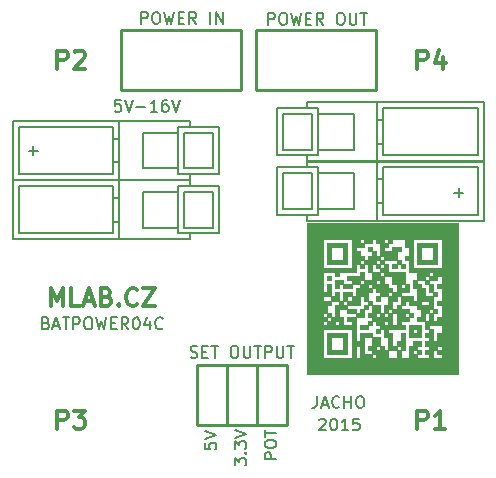
<source format=gbr>
G04 #@! TF.FileFunction,Legend,Top*
%FSLAX46Y46*%
G04 Gerber Fmt 4.6, Leading zero omitted, Abs format (unit mm)*
G04 Created by KiCad (PCBNEW 0.201412101631+5319~19~ubuntu14.04.1-product) date St 10. prosinec 2014, 23:05:16 CET*
%MOMM*%
G01*
G04 APERTURE LIST*
%ADD10C,0.100000*%
%ADD11C,0.200000*%
%ADD12C,0.300000*%
%ADD13C,0.254000*%
%ADD14C,0.150000*%
%ADD15C,0.304800*%
G04 APERTURE END LIST*
D10*
D11*
X26289214Y5214881D02*
X26336833Y5262500D01*
X26432071Y5310119D01*
X26670167Y5310119D01*
X26765405Y5262500D01*
X26813024Y5214881D01*
X26860643Y5119643D01*
X26860643Y5024405D01*
X26813024Y4881548D01*
X26241595Y4310119D01*
X26860643Y4310119D01*
X27479690Y5310119D02*
X27574929Y5310119D01*
X27670167Y5262500D01*
X27717786Y5214881D01*
X27765405Y5119643D01*
X27813024Y4929167D01*
X27813024Y4691071D01*
X27765405Y4500595D01*
X27717786Y4405357D01*
X27670167Y4357738D01*
X27574929Y4310119D01*
X27479690Y4310119D01*
X27384452Y4357738D01*
X27336833Y4405357D01*
X27289214Y4500595D01*
X27241595Y4691071D01*
X27241595Y4929167D01*
X27289214Y5119643D01*
X27336833Y5214881D01*
X27384452Y5262500D01*
X27479690Y5310119D01*
X28765405Y4310119D02*
X28193976Y4310119D01*
X28479690Y4310119D02*
X28479690Y5310119D01*
X28384452Y5167262D01*
X28289214Y5072024D01*
X28193976Y5024405D01*
X29670167Y5310119D02*
X29193976Y5310119D01*
X29146357Y4833929D01*
X29193976Y4881548D01*
X29289214Y4929167D01*
X29527310Y4929167D01*
X29622548Y4881548D01*
X29670167Y4833929D01*
X29717786Y4738690D01*
X29717786Y4500595D01*
X29670167Y4405357D01*
X29622548Y4357738D01*
X29527310Y4310119D01*
X29289214Y4310119D01*
X29193976Y4357738D01*
X29146357Y4405357D01*
X26106667Y7215119D02*
X26106667Y6500833D01*
X26059047Y6357976D01*
X25963809Y6262738D01*
X25820952Y6215119D01*
X25725714Y6215119D01*
X26535238Y6500833D02*
X27011429Y6500833D01*
X26440000Y6215119D02*
X26773333Y7215119D01*
X27106667Y6215119D01*
X28011429Y6310357D02*
X27963810Y6262738D01*
X27820953Y6215119D01*
X27725715Y6215119D01*
X27582857Y6262738D01*
X27487619Y6357976D01*
X27440000Y6453214D01*
X27392381Y6643690D01*
X27392381Y6786548D01*
X27440000Y6977024D01*
X27487619Y7072262D01*
X27582857Y7167500D01*
X27725715Y7215119D01*
X27820953Y7215119D01*
X27963810Y7167500D01*
X28011429Y7119881D01*
X28440000Y6215119D02*
X28440000Y7215119D01*
X28440000Y6738929D02*
X29011429Y6738929D01*
X29011429Y6215119D02*
X29011429Y7215119D01*
X29678095Y7215119D02*
X29868572Y7215119D01*
X29963810Y7167500D01*
X30059048Y7072262D01*
X30106667Y6881786D01*
X30106667Y6548452D01*
X30059048Y6357976D01*
X29963810Y6262738D01*
X29868572Y6215119D01*
X29678095Y6215119D01*
X29582857Y6262738D01*
X29487619Y6357976D01*
X29440000Y6548452D01*
X29440000Y6881786D01*
X29487619Y7072262D01*
X29582857Y7167500D01*
X29678095Y7215119D01*
X3186705Y13406429D02*
X3329562Y13358810D01*
X3377181Y13311190D01*
X3424800Y13215952D01*
X3424800Y13073095D01*
X3377181Y12977857D01*
X3329562Y12930238D01*
X3234324Y12882619D01*
X2853371Y12882619D01*
X2853371Y13882619D01*
X3186705Y13882619D01*
X3281943Y13835000D01*
X3329562Y13787381D01*
X3377181Y13692143D01*
X3377181Y13596905D01*
X3329562Y13501667D01*
X3281943Y13454048D01*
X3186705Y13406429D01*
X2853371Y13406429D01*
X3805752Y13168333D02*
X4281943Y13168333D01*
X3710514Y12882619D02*
X4043847Y13882619D01*
X4377181Y12882619D01*
X4567657Y13882619D02*
X5139086Y13882619D01*
X4853371Y12882619D02*
X4853371Y13882619D01*
X5472419Y12882619D02*
X5472419Y13882619D01*
X5853372Y13882619D01*
X5948610Y13835000D01*
X5996229Y13787381D01*
X6043848Y13692143D01*
X6043848Y13549286D01*
X5996229Y13454048D01*
X5948610Y13406429D01*
X5853372Y13358810D01*
X5472419Y13358810D01*
X6662895Y13882619D02*
X6853372Y13882619D01*
X6948610Y13835000D01*
X7043848Y13739762D01*
X7091467Y13549286D01*
X7091467Y13215952D01*
X7043848Y13025476D01*
X6948610Y12930238D01*
X6853372Y12882619D01*
X6662895Y12882619D01*
X6567657Y12930238D01*
X6472419Y13025476D01*
X6424800Y13215952D01*
X6424800Y13549286D01*
X6472419Y13739762D01*
X6567657Y13835000D01*
X6662895Y13882619D01*
X7424800Y13882619D02*
X7662895Y12882619D01*
X7853372Y13596905D01*
X8043848Y12882619D01*
X8281943Y13882619D01*
X8662895Y13406429D02*
X8996229Y13406429D01*
X9139086Y12882619D02*
X8662895Y12882619D01*
X8662895Y13882619D01*
X9139086Y13882619D01*
X10139086Y12882619D02*
X9805752Y13358810D01*
X9567657Y12882619D02*
X9567657Y13882619D01*
X9948610Y13882619D01*
X10043848Y13835000D01*
X10091467Y13787381D01*
X10139086Y13692143D01*
X10139086Y13549286D01*
X10091467Y13454048D01*
X10043848Y13406429D01*
X9948610Y13358810D01*
X9567657Y13358810D01*
X10758133Y13882619D02*
X10853372Y13882619D01*
X10948610Y13835000D01*
X10996229Y13787381D01*
X11043848Y13692143D01*
X11091467Y13501667D01*
X11091467Y13263571D01*
X11043848Y13073095D01*
X10996229Y12977857D01*
X10948610Y12930238D01*
X10853372Y12882619D01*
X10758133Y12882619D01*
X10662895Y12930238D01*
X10615276Y12977857D01*
X10567657Y13073095D01*
X10520038Y13263571D01*
X10520038Y13501667D01*
X10567657Y13692143D01*
X10615276Y13787381D01*
X10662895Y13835000D01*
X10758133Y13882619D01*
X11948610Y13549286D02*
X11948610Y12882619D01*
X11710514Y13930238D02*
X11472419Y13215952D01*
X12091467Y13215952D01*
X13043848Y12977857D02*
X12996229Y12930238D01*
X12853372Y12882619D01*
X12758134Y12882619D01*
X12615276Y12930238D01*
X12520038Y13025476D01*
X12472419Y13120714D01*
X12424800Y13311190D01*
X12424800Y13454048D01*
X12472419Y13644524D01*
X12520038Y13739762D01*
X12615276Y13835000D01*
X12758134Y13882619D01*
X12853372Y13882619D01*
X12996229Y13835000D01*
X13043848Y13787381D01*
D12*
X3603372Y14840829D02*
X3603372Y16340829D01*
X4103372Y15269400D01*
X4603372Y16340829D01*
X4603372Y14840829D01*
X6031944Y14840829D02*
X5317658Y14840829D01*
X5317658Y16340829D01*
X6460515Y15269400D02*
X7174801Y15269400D01*
X6317658Y14840829D02*
X6817658Y16340829D01*
X7317658Y14840829D01*
X8317658Y15626543D02*
X8531944Y15555114D01*
X8603372Y15483686D01*
X8674801Y15340829D01*
X8674801Y15126543D01*
X8603372Y14983686D01*
X8531944Y14912257D01*
X8389086Y14840829D01*
X7817658Y14840829D01*
X7817658Y16340829D01*
X8317658Y16340829D01*
X8460515Y16269400D01*
X8531944Y16197971D01*
X8603372Y16055114D01*
X8603372Y15912257D01*
X8531944Y15769400D01*
X8460515Y15697971D01*
X8317658Y15626543D01*
X7817658Y15626543D01*
X9317658Y14983686D02*
X9389086Y14912257D01*
X9317658Y14840829D01*
X9246229Y14912257D01*
X9317658Y14983686D01*
X9317658Y14840829D01*
X10889087Y14983686D02*
X10817658Y14912257D01*
X10603372Y14840829D01*
X10460515Y14840829D01*
X10246230Y14912257D01*
X10103372Y15055114D01*
X10031944Y15197971D01*
X9960515Y15483686D01*
X9960515Y15697971D01*
X10031944Y15983686D01*
X10103372Y16126543D01*
X10246230Y16269400D01*
X10460515Y16340829D01*
X10603372Y16340829D01*
X10817658Y16269400D01*
X10889087Y16197971D01*
X11389087Y16340829D02*
X12389087Y16340829D01*
X11389087Y14840829D01*
X12389087Y14840829D01*
D11*
X9493524Y32297619D02*
X9017333Y32297619D01*
X8969714Y31821429D01*
X9017333Y31869048D01*
X9112571Y31916667D01*
X9350667Y31916667D01*
X9445905Y31869048D01*
X9493524Y31821429D01*
X9541143Y31726190D01*
X9541143Y31488095D01*
X9493524Y31392857D01*
X9445905Y31345238D01*
X9350667Y31297619D01*
X9112571Y31297619D01*
X9017333Y31345238D01*
X8969714Y31392857D01*
X9826857Y32297619D02*
X10160190Y31297619D01*
X10493524Y32297619D01*
X10826857Y31678571D02*
X11588762Y31678571D01*
X12588762Y31297619D02*
X12017333Y31297619D01*
X12303047Y31297619D02*
X12303047Y32297619D01*
X12207809Y32154762D01*
X12112571Y32059524D01*
X12017333Y32011905D01*
X13445905Y32297619D02*
X13255428Y32297619D01*
X13160190Y32250000D01*
X13112571Y32202381D01*
X13017333Y32059524D01*
X12969714Y31869048D01*
X12969714Y31488095D01*
X13017333Y31392857D01*
X13064952Y31345238D01*
X13160190Y31297619D01*
X13350667Y31297619D01*
X13445905Y31345238D01*
X13493524Y31392857D01*
X13541143Y31488095D01*
X13541143Y31726190D01*
X13493524Y31821429D01*
X13445905Y31869048D01*
X13350667Y31916667D01*
X13160190Y31916667D01*
X13064952Y31869048D01*
X13017333Y31821429D01*
X12969714Y31726190D01*
X13826857Y32297619D02*
X14160190Y31297619D01*
X14493524Y32297619D01*
X22677381Y1873571D02*
X21677381Y1873571D01*
X21677381Y2254524D01*
X21725000Y2349762D01*
X21772619Y2397381D01*
X21867857Y2445000D01*
X22010714Y2445000D01*
X22105952Y2397381D01*
X22153571Y2349762D01*
X22201190Y2254524D01*
X22201190Y1873571D01*
X21677381Y3064047D02*
X21677381Y3254524D01*
X21725000Y3349762D01*
X21820238Y3445000D01*
X22010714Y3492619D01*
X22344048Y3492619D01*
X22534524Y3445000D01*
X22629762Y3349762D01*
X22677381Y3254524D01*
X22677381Y3064047D01*
X22629762Y2968809D01*
X22534524Y2873571D01*
X22344048Y2825952D01*
X22010714Y2825952D01*
X21820238Y2873571D01*
X21725000Y2968809D01*
X21677381Y3064047D01*
X21677381Y3778333D02*
X21677381Y4349762D01*
X22677381Y4064047D02*
X21677381Y4064047D01*
X19137381Y1349762D02*
X19137381Y1968810D01*
X19518333Y1635476D01*
X19518333Y1778334D01*
X19565952Y1873572D01*
X19613571Y1921191D01*
X19708810Y1968810D01*
X19946905Y1968810D01*
X20042143Y1921191D01*
X20089762Y1873572D01*
X20137381Y1778334D01*
X20137381Y1492619D01*
X20089762Y1397381D01*
X20042143Y1349762D01*
X20042143Y2397381D02*
X20089762Y2445000D01*
X20137381Y2397381D01*
X20089762Y2349762D01*
X20042143Y2397381D01*
X20137381Y2397381D01*
X19137381Y2778333D02*
X19137381Y3397381D01*
X19518333Y3064047D01*
X19518333Y3206905D01*
X19565952Y3302143D01*
X19613571Y3349762D01*
X19708810Y3397381D01*
X19946905Y3397381D01*
X20042143Y3349762D01*
X20089762Y3302143D01*
X20137381Y3206905D01*
X20137381Y2921190D01*
X20089762Y2825952D01*
X20042143Y2778333D01*
X19137381Y3683095D02*
X20137381Y4016428D01*
X19137381Y4349762D01*
X16597381Y3222762D02*
X16597381Y2746571D01*
X17073571Y2698952D01*
X17025952Y2746571D01*
X16978333Y2841809D01*
X16978333Y3079905D01*
X17025952Y3175143D01*
X17073571Y3222762D01*
X17168810Y3270381D01*
X17406905Y3270381D01*
X17502143Y3222762D01*
X17549762Y3175143D01*
X17597381Y3079905D01*
X17597381Y2841809D01*
X17549762Y2746571D01*
X17502143Y2698952D01*
X16597381Y3556095D02*
X17597381Y3889428D01*
X16597381Y4222762D01*
X15415166Y10517238D02*
X15558023Y10469619D01*
X15796119Y10469619D01*
X15891357Y10517238D01*
X15938976Y10564857D01*
X15986595Y10660095D01*
X15986595Y10755333D01*
X15938976Y10850571D01*
X15891357Y10898190D01*
X15796119Y10945810D01*
X15605642Y10993429D01*
X15510404Y11041048D01*
X15462785Y11088667D01*
X15415166Y11183905D01*
X15415166Y11279143D01*
X15462785Y11374381D01*
X15510404Y11422000D01*
X15605642Y11469619D01*
X15843738Y11469619D01*
X15986595Y11422000D01*
X16415166Y10993429D02*
X16748500Y10993429D01*
X16891357Y10469619D02*
X16415166Y10469619D01*
X16415166Y11469619D01*
X16891357Y11469619D01*
X17177071Y11469619D02*
X17748500Y11469619D01*
X17462785Y10469619D02*
X17462785Y11469619D01*
X19034214Y11469619D02*
X19224691Y11469619D01*
X19319929Y11422000D01*
X19415167Y11326762D01*
X19462786Y11136286D01*
X19462786Y10802952D01*
X19415167Y10612476D01*
X19319929Y10517238D01*
X19224691Y10469619D01*
X19034214Y10469619D01*
X18938976Y10517238D01*
X18843738Y10612476D01*
X18796119Y10802952D01*
X18796119Y11136286D01*
X18843738Y11326762D01*
X18938976Y11422000D01*
X19034214Y11469619D01*
X19891357Y11469619D02*
X19891357Y10660095D01*
X19938976Y10564857D01*
X19986595Y10517238D01*
X20081833Y10469619D01*
X20272310Y10469619D01*
X20367548Y10517238D01*
X20415167Y10564857D01*
X20462786Y10660095D01*
X20462786Y11469619D01*
X20796119Y11469619D02*
X21367548Y11469619D01*
X21081833Y10469619D02*
X21081833Y11469619D01*
X21700881Y10469619D02*
X21700881Y11469619D01*
X22081834Y11469619D01*
X22177072Y11422000D01*
X22224691Y11374381D01*
X22272310Y11279143D01*
X22272310Y11136286D01*
X22224691Y11041048D01*
X22177072Y10993429D01*
X22081834Y10945810D01*
X21700881Y10945810D01*
X22700881Y11469619D02*
X22700881Y10660095D01*
X22748500Y10564857D01*
X22796119Y10517238D01*
X22891357Y10469619D01*
X23081834Y10469619D01*
X23177072Y10517238D01*
X23224691Y10564857D01*
X23272310Y10660095D01*
X23272310Y11469619D01*
X23605643Y11469619D02*
X24177072Y11469619D01*
X23891357Y10469619D02*
X23891357Y11469619D01*
X37719048Y24439571D02*
X38480953Y24439571D01*
X38100001Y24058619D02*
X38100001Y24820524D01*
X1714548Y27995571D02*
X2476453Y27995571D01*
X2095501Y27614619D02*
X2095501Y28376524D01*
X21979452Y38663619D02*
X21979452Y39663619D01*
X22360405Y39663619D01*
X22455643Y39616000D01*
X22503262Y39568381D01*
X22550881Y39473143D01*
X22550881Y39330286D01*
X22503262Y39235048D01*
X22455643Y39187429D01*
X22360405Y39139810D01*
X21979452Y39139810D01*
X23169928Y39663619D02*
X23360405Y39663619D01*
X23455643Y39616000D01*
X23550881Y39520762D01*
X23598500Y39330286D01*
X23598500Y38996952D01*
X23550881Y38806476D01*
X23455643Y38711238D01*
X23360405Y38663619D01*
X23169928Y38663619D01*
X23074690Y38711238D01*
X22979452Y38806476D01*
X22931833Y38996952D01*
X22931833Y39330286D01*
X22979452Y39520762D01*
X23074690Y39616000D01*
X23169928Y39663619D01*
X23931833Y39663619D02*
X24169928Y38663619D01*
X24360405Y39377905D01*
X24550881Y38663619D01*
X24788976Y39663619D01*
X25169928Y39187429D02*
X25503262Y39187429D01*
X25646119Y38663619D02*
X25169928Y38663619D01*
X25169928Y39663619D01*
X25646119Y39663619D01*
X26646119Y38663619D02*
X26312785Y39139810D01*
X26074690Y38663619D02*
X26074690Y39663619D01*
X26455643Y39663619D01*
X26550881Y39616000D01*
X26598500Y39568381D01*
X26646119Y39473143D01*
X26646119Y39330286D01*
X26598500Y39235048D01*
X26550881Y39187429D01*
X26455643Y39139810D01*
X26074690Y39139810D01*
X28027071Y39663619D02*
X28217548Y39663619D01*
X28312786Y39616000D01*
X28408024Y39520762D01*
X28455643Y39330286D01*
X28455643Y38996952D01*
X28408024Y38806476D01*
X28312786Y38711238D01*
X28217548Y38663619D01*
X28027071Y38663619D01*
X27931833Y38711238D01*
X27836595Y38806476D01*
X27788976Y38996952D01*
X27788976Y39330286D01*
X27836595Y39520762D01*
X27931833Y39616000D01*
X28027071Y39663619D01*
X28884214Y39663619D02*
X28884214Y38854095D01*
X28931833Y38758857D01*
X28979452Y38711238D01*
X29074690Y38663619D01*
X29265167Y38663619D01*
X29360405Y38711238D01*
X29408024Y38758857D01*
X29455643Y38854095D01*
X29455643Y39663619D01*
X29788976Y39663619D02*
X30360405Y39663619D01*
X30074690Y38663619D02*
X30074690Y39663619D01*
X11216119Y38727119D02*
X11216119Y39727119D01*
X11597072Y39727119D01*
X11692310Y39679500D01*
X11739929Y39631881D01*
X11787548Y39536643D01*
X11787548Y39393786D01*
X11739929Y39298548D01*
X11692310Y39250929D01*
X11597072Y39203310D01*
X11216119Y39203310D01*
X12406595Y39727119D02*
X12597072Y39727119D01*
X12692310Y39679500D01*
X12787548Y39584262D01*
X12835167Y39393786D01*
X12835167Y39060452D01*
X12787548Y38869976D01*
X12692310Y38774738D01*
X12597072Y38727119D01*
X12406595Y38727119D01*
X12311357Y38774738D01*
X12216119Y38869976D01*
X12168500Y39060452D01*
X12168500Y39393786D01*
X12216119Y39584262D01*
X12311357Y39679500D01*
X12406595Y39727119D01*
X13168500Y39727119D02*
X13406595Y38727119D01*
X13597072Y39441405D01*
X13787548Y38727119D01*
X14025643Y39727119D01*
X14406595Y39250929D02*
X14739929Y39250929D01*
X14882786Y38727119D02*
X14406595Y38727119D01*
X14406595Y39727119D01*
X14882786Y39727119D01*
X15882786Y38727119D02*
X15549452Y39203310D01*
X15311357Y38727119D02*
X15311357Y39727119D01*
X15692310Y39727119D01*
X15787548Y39679500D01*
X15835167Y39631881D01*
X15882786Y39536643D01*
X15882786Y39393786D01*
X15835167Y39298548D01*
X15787548Y39250929D01*
X15692310Y39203310D01*
X15311357Y39203310D01*
X17073262Y38727119D02*
X17073262Y39727119D01*
X17549452Y38727119D02*
X17549452Y39727119D01*
X18120881Y38727119D01*
X18120881Y39727119D01*
D10*
G36*
X38042273Y9074727D02*
X36656819Y9074727D01*
X36656819Y10460181D01*
X36656819Y10633363D01*
X36656819Y10806545D01*
X36483637Y10806545D01*
X36310455Y10806545D01*
X36310455Y10979727D01*
X36310455Y11152909D01*
X36483637Y11152909D01*
X36656819Y11152909D01*
X36656819Y11326091D01*
X36656819Y11499272D01*
X36656819Y12538363D01*
X36656819Y12884727D01*
X36656819Y13231091D01*
X36137273Y13231091D01*
X35617728Y13231091D01*
X35617728Y13057909D01*
X35617728Y12884727D01*
X35444546Y12884727D01*
X35271364Y12884727D01*
X35271364Y13231091D01*
X35271364Y13577454D01*
X35444546Y13577454D01*
X35617728Y13577454D01*
X35617728Y13923818D01*
X35617728Y14270181D01*
X35790909Y14270181D01*
X35964091Y14270181D01*
X35964091Y13923818D01*
X35964091Y13577454D01*
X36137273Y13577454D01*
X36310455Y13577454D01*
X36310455Y13750636D01*
X36310455Y13923818D01*
X36483637Y13923818D01*
X36656819Y13923818D01*
X36656819Y14443363D01*
X36656819Y14962909D01*
X36483637Y14962909D01*
X36310455Y14962909D01*
X36310455Y15136091D01*
X36310455Y15309272D01*
X36483637Y15309272D01*
X36656819Y15309272D01*
X36656819Y15828818D01*
X36656819Y16348363D01*
X36483637Y16348363D01*
X36310455Y16348363D01*
X36310455Y16521545D01*
X36310455Y16694727D01*
X36483637Y16694727D01*
X36656819Y16694727D01*
X36656819Y17041091D01*
X36656819Y17387454D01*
X36656819Y18080181D01*
X36656819Y19292454D01*
X36656819Y20504727D01*
X35444546Y20504727D01*
X34232273Y20504727D01*
X34232273Y19292454D01*
X34232273Y18080181D01*
X35444546Y18080181D01*
X36656819Y18080181D01*
X36656819Y17387454D01*
X36483637Y17387454D01*
X36310455Y17387454D01*
X36310455Y17214272D01*
X36310455Y17041091D01*
X35964091Y17041091D01*
X35617728Y17041091D01*
X35617728Y17214272D01*
X35617728Y17387454D01*
X35790909Y17387454D01*
X35964091Y17387454D01*
X35964091Y17560636D01*
X35964091Y17733818D01*
X35790909Y17733818D01*
X35617728Y17733818D01*
X35617728Y17560636D01*
X35617728Y17387454D01*
X35444546Y17387454D01*
X35271364Y17387454D01*
X35271364Y17214272D01*
X35271364Y17041091D01*
X34925000Y17041091D01*
X34578637Y17041091D01*
X34578637Y17387454D01*
X34578637Y17733818D01*
X34232273Y17733818D01*
X33885909Y17733818D01*
X33885909Y18253363D01*
X33885909Y18772909D01*
X33712728Y18772909D01*
X33539546Y18772909D01*
X33539546Y18946091D01*
X33539546Y19119272D01*
X33712728Y19119272D01*
X33885909Y19119272D01*
X33885909Y19465636D01*
X33885909Y19812000D01*
X33712728Y19812000D01*
X33539546Y19812000D01*
X33539546Y20158363D01*
X33539546Y20504727D01*
X33020000Y20504727D01*
X32500455Y20504727D01*
X32500455Y20331545D01*
X32500455Y20158363D01*
X32327273Y20158363D01*
X32154091Y20158363D01*
X32154091Y20331545D01*
X32154091Y20504727D01*
X31980909Y20504727D01*
X31807728Y20504727D01*
X31807728Y20331545D01*
X31807728Y20158363D01*
X31980909Y20158363D01*
X32154091Y20158363D01*
X32154091Y19985181D01*
X32154091Y19812000D01*
X31980909Y19812000D01*
X31807728Y19812000D01*
X31807728Y19638818D01*
X31807728Y19465636D01*
X32154091Y19465636D01*
X32500455Y19465636D01*
X32500455Y19638818D01*
X32500455Y19812000D01*
X32846819Y19812000D01*
X33193182Y19812000D01*
X33193182Y19638818D01*
X33193182Y19465636D01*
X33020000Y19465636D01*
X32846819Y19465636D01*
X32846819Y19119272D01*
X32846819Y18772909D01*
X32327273Y18772909D01*
X31807728Y18772909D01*
X31807728Y18946091D01*
X31807728Y19119272D01*
X31634546Y19119272D01*
X31461364Y19119272D01*
X31461364Y19638818D01*
X31461364Y20158363D01*
X31288182Y20158363D01*
X31115000Y20158363D01*
X31115000Y20331545D01*
X31115000Y20504727D01*
X30941819Y20504727D01*
X30768637Y20504727D01*
X30768637Y20331545D01*
X30768637Y20158363D01*
X30422273Y20158363D01*
X30075909Y20158363D01*
X30075909Y20331545D01*
X30075909Y20504727D01*
X29902728Y20504727D01*
X29729546Y20504727D01*
X29729546Y20331545D01*
X29729546Y20158363D01*
X29902728Y20158363D01*
X30075909Y20158363D01*
X30075909Y19985181D01*
X30075909Y19812000D01*
X29729546Y19812000D01*
X29383182Y19812000D01*
X29383182Y19638818D01*
X29383182Y19465636D01*
X29556364Y19465636D01*
X29729546Y19465636D01*
X29729546Y19292454D01*
X29729546Y19119272D01*
X29902728Y19119272D01*
X30075909Y19119272D01*
X30075909Y18946091D01*
X30075909Y18772909D01*
X29902728Y18772909D01*
X29729546Y18772909D01*
X29729546Y18599727D01*
X29729546Y18426545D01*
X29556364Y18426545D01*
X29383182Y18426545D01*
X29383182Y18080181D01*
X29383182Y17733818D01*
X29036819Y17733818D01*
X29036819Y18080181D01*
X29036819Y19292454D01*
X29036819Y20504727D01*
X27824546Y20504727D01*
X26612273Y20504727D01*
X26612273Y19292454D01*
X26612273Y18080181D01*
X27824546Y18080181D01*
X29036819Y18080181D01*
X29036819Y17733818D01*
X28690455Y17733818D01*
X27997728Y17733818D01*
X27997728Y17560636D01*
X27997728Y17387454D01*
X27824546Y17387454D01*
X27651364Y17387454D01*
X27651364Y17560636D01*
X27651364Y17733818D01*
X27131819Y17733818D01*
X26612273Y17733818D01*
X26612273Y16867909D01*
X26612273Y16002000D01*
X26785455Y16002000D01*
X26958637Y16002000D01*
X26958637Y16348363D01*
X26958637Y16694727D01*
X27131819Y16694727D01*
X27305000Y16694727D01*
X27305000Y16175181D01*
X27305000Y15655636D01*
X26958637Y15655636D01*
X26612273Y15655636D01*
X26612273Y15482454D01*
X26612273Y15309272D01*
X26958637Y15309272D01*
X27305000Y15309272D01*
X27305000Y15136091D01*
X27305000Y14962909D01*
X27131819Y14962909D01*
X26958637Y14962909D01*
X26958637Y14616545D01*
X26958637Y14270181D01*
X26785455Y14270181D01*
X26612273Y14270181D01*
X26612273Y14097000D01*
X26612273Y13923818D01*
X26785455Y13923818D01*
X26958637Y13923818D01*
X26958637Y13750636D01*
X26958637Y13577454D01*
X26785455Y13577454D01*
X26612273Y13577454D01*
X26612273Y13404272D01*
X26612273Y13231091D01*
X26785455Y13231091D01*
X26958637Y13231091D01*
X26958637Y13404272D01*
X26958637Y13577454D01*
X27131819Y13577454D01*
X27305000Y13577454D01*
X27305000Y13750636D01*
X27305000Y13923818D01*
X27478182Y13923818D01*
X27651364Y13923818D01*
X27651364Y14443363D01*
X27651364Y14962909D01*
X27824546Y14962909D01*
X27997728Y14962909D01*
X27997728Y15136091D01*
X27997728Y15309272D01*
X28170909Y15309272D01*
X28344091Y15309272D01*
X28344091Y15136091D01*
X28344091Y14962909D01*
X28517273Y14962909D01*
X28690455Y14962909D01*
X28690455Y14789727D01*
X28690455Y14616545D01*
X28344091Y14616545D01*
X27997728Y14616545D01*
X27997728Y14270181D01*
X27997728Y13923818D01*
X28170909Y13923818D01*
X28344091Y13923818D01*
X28344091Y13577454D01*
X28344091Y13231091D01*
X28690455Y13231091D01*
X29036819Y13231091D01*
X29036819Y13404272D01*
X29036819Y13577454D01*
X28863637Y13577454D01*
X28690455Y13577454D01*
X28690455Y13750636D01*
X28690455Y13923818D01*
X29036819Y13923818D01*
X29383182Y13923818D01*
X29383182Y12884727D01*
X29383182Y11845636D01*
X29556364Y11845636D01*
X29729546Y11845636D01*
X29729546Y12192000D01*
X29729546Y12538363D01*
X30249091Y12538363D01*
X30768637Y12538363D01*
X30768637Y12365181D01*
X30768637Y12192000D01*
X30422273Y12192000D01*
X30075909Y12192000D01*
X30075909Y11499272D01*
X30075909Y10806545D01*
X30422273Y10806545D01*
X30768637Y10806545D01*
X30768637Y10633363D01*
X30768637Y10460181D01*
X30941819Y10460181D01*
X31115000Y10460181D01*
X31115000Y10633363D01*
X31115000Y10806545D01*
X30941819Y10806545D01*
X30768637Y10806545D01*
X30768637Y10979727D01*
X30768637Y11152909D01*
X30595455Y11152909D01*
X30422273Y11152909D01*
X30422273Y11326091D01*
X30422273Y11499272D01*
X30595455Y11499272D01*
X30768637Y11499272D01*
X30768637Y11845636D01*
X30768637Y12192000D01*
X31115000Y12192000D01*
X31461364Y12192000D01*
X31461364Y11845636D01*
X31461364Y11499272D01*
X31288182Y11499272D01*
X31115000Y11499272D01*
X31115000Y11326091D01*
X31115000Y11152909D01*
X31288182Y11152909D01*
X31461364Y11152909D01*
X31461364Y11326091D01*
X31461364Y11499272D01*
X31634546Y11499272D01*
X31807728Y11499272D01*
X31807728Y11326091D01*
X31807728Y11152909D01*
X31980909Y11152909D01*
X32154091Y11152909D01*
X32154091Y10806545D01*
X32154091Y10460181D01*
X32500455Y10460181D01*
X32846819Y10460181D01*
X32846819Y10806545D01*
X32846819Y11152909D01*
X33020000Y11152909D01*
X33193182Y11152909D01*
X33193182Y10806545D01*
X33193182Y10460181D01*
X33539546Y10460181D01*
X33885909Y10460181D01*
X33885909Y10979727D01*
X33885909Y11499272D01*
X34059091Y11499272D01*
X34232273Y11499272D01*
X34232273Y11672454D01*
X34232273Y11845636D01*
X34578637Y11845636D01*
X34925000Y11845636D01*
X34925000Y11672454D01*
X34925000Y11499272D01*
X34751819Y11499272D01*
X34578637Y11499272D01*
X34578637Y11326091D01*
X34578637Y11152909D01*
X34405455Y11152909D01*
X34232273Y11152909D01*
X34232273Y10979727D01*
X34232273Y10806545D01*
X34405455Y10806545D01*
X34578637Y10806545D01*
X34578637Y10633363D01*
X34578637Y10460181D01*
X35098182Y10460181D01*
X35617728Y10460181D01*
X35617728Y10633363D01*
X35617728Y10806545D01*
X35444546Y10806545D01*
X35271364Y10806545D01*
X35271364Y10979727D01*
X35271364Y11152909D01*
X35444546Y11152909D01*
X35617728Y11152909D01*
X35617728Y11326091D01*
X35617728Y11499272D01*
X35444546Y11499272D01*
X35271364Y11499272D01*
X35271364Y11672454D01*
X35271364Y11845636D01*
X35444546Y11845636D01*
X35617728Y11845636D01*
X35617728Y12018818D01*
X35617728Y12192000D01*
X35444546Y12192000D01*
X35271364Y12192000D01*
X35271364Y12365181D01*
X35271364Y12538363D01*
X35444546Y12538363D01*
X35617728Y12538363D01*
X35617728Y12711545D01*
X35617728Y12884727D01*
X35790909Y12884727D01*
X35964091Y12884727D01*
X35964091Y12365181D01*
X35964091Y11845636D01*
X36137273Y11845636D01*
X36310455Y11845636D01*
X36310455Y12192000D01*
X36310455Y12538363D01*
X36483637Y12538363D01*
X36656819Y12538363D01*
X36656819Y11499272D01*
X36483637Y11499272D01*
X36310455Y11499272D01*
X36310455Y11326091D01*
X36310455Y11152909D01*
X36137273Y11152909D01*
X35964091Y11152909D01*
X35964091Y10806545D01*
X35964091Y10460181D01*
X36310455Y10460181D01*
X36656819Y10460181D01*
X36656819Y9074727D01*
X31634546Y9074727D01*
X29729546Y9074727D01*
X29729546Y10460181D01*
X29729546Y10979727D01*
X29729546Y11499272D01*
X29556364Y11499272D01*
X29383182Y11499272D01*
X29383182Y10979727D01*
X29383182Y10460181D01*
X29556364Y10460181D01*
X29729546Y10460181D01*
X29729546Y9074727D01*
X29036819Y9074727D01*
X29036819Y10460181D01*
X29036819Y11672454D01*
X29036819Y12884727D01*
X27997728Y12884727D01*
X27997728Y13231091D01*
X27997728Y13404272D01*
X27997728Y13577454D01*
X27824546Y13577454D01*
X27651364Y13577454D01*
X27651364Y13404272D01*
X27651364Y13231091D01*
X27824546Y13231091D01*
X27997728Y13231091D01*
X27997728Y12884727D01*
X27824546Y12884727D01*
X26612273Y12884727D01*
X26612273Y11672454D01*
X26612273Y10460181D01*
X27824546Y10460181D01*
X29036819Y10460181D01*
X29036819Y9074727D01*
X25226819Y9074727D01*
X25226819Y15482454D01*
X25226819Y21890181D01*
X31634546Y21890181D01*
X38042273Y21890181D01*
X38042273Y15482454D01*
X38042273Y9074727D01*
X38042273Y9074727D01*
X38042273Y9074727D01*
G37*
X38042273Y9074727D02*
X36656819Y9074727D01*
X36656819Y10460181D01*
X36656819Y10633363D01*
X36656819Y10806545D01*
X36483637Y10806545D01*
X36310455Y10806545D01*
X36310455Y10979727D01*
X36310455Y11152909D01*
X36483637Y11152909D01*
X36656819Y11152909D01*
X36656819Y11326091D01*
X36656819Y11499272D01*
X36656819Y12538363D01*
X36656819Y12884727D01*
X36656819Y13231091D01*
X36137273Y13231091D01*
X35617728Y13231091D01*
X35617728Y13057909D01*
X35617728Y12884727D01*
X35444546Y12884727D01*
X35271364Y12884727D01*
X35271364Y13231091D01*
X35271364Y13577454D01*
X35444546Y13577454D01*
X35617728Y13577454D01*
X35617728Y13923818D01*
X35617728Y14270181D01*
X35790909Y14270181D01*
X35964091Y14270181D01*
X35964091Y13923818D01*
X35964091Y13577454D01*
X36137273Y13577454D01*
X36310455Y13577454D01*
X36310455Y13750636D01*
X36310455Y13923818D01*
X36483637Y13923818D01*
X36656819Y13923818D01*
X36656819Y14443363D01*
X36656819Y14962909D01*
X36483637Y14962909D01*
X36310455Y14962909D01*
X36310455Y15136091D01*
X36310455Y15309272D01*
X36483637Y15309272D01*
X36656819Y15309272D01*
X36656819Y15828818D01*
X36656819Y16348363D01*
X36483637Y16348363D01*
X36310455Y16348363D01*
X36310455Y16521545D01*
X36310455Y16694727D01*
X36483637Y16694727D01*
X36656819Y16694727D01*
X36656819Y17041091D01*
X36656819Y17387454D01*
X36656819Y18080181D01*
X36656819Y19292454D01*
X36656819Y20504727D01*
X35444546Y20504727D01*
X34232273Y20504727D01*
X34232273Y19292454D01*
X34232273Y18080181D01*
X35444546Y18080181D01*
X36656819Y18080181D01*
X36656819Y17387454D01*
X36483637Y17387454D01*
X36310455Y17387454D01*
X36310455Y17214272D01*
X36310455Y17041091D01*
X35964091Y17041091D01*
X35617728Y17041091D01*
X35617728Y17214272D01*
X35617728Y17387454D01*
X35790909Y17387454D01*
X35964091Y17387454D01*
X35964091Y17560636D01*
X35964091Y17733818D01*
X35790909Y17733818D01*
X35617728Y17733818D01*
X35617728Y17560636D01*
X35617728Y17387454D01*
X35444546Y17387454D01*
X35271364Y17387454D01*
X35271364Y17214272D01*
X35271364Y17041091D01*
X34925000Y17041091D01*
X34578637Y17041091D01*
X34578637Y17387454D01*
X34578637Y17733818D01*
X34232273Y17733818D01*
X33885909Y17733818D01*
X33885909Y18253363D01*
X33885909Y18772909D01*
X33712728Y18772909D01*
X33539546Y18772909D01*
X33539546Y18946091D01*
X33539546Y19119272D01*
X33712728Y19119272D01*
X33885909Y19119272D01*
X33885909Y19465636D01*
X33885909Y19812000D01*
X33712728Y19812000D01*
X33539546Y19812000D01*
X33539546Y20158363D01*
X33539546Y20504727D01*
X33020000Y20504727D01*
X32500455Y20504727D01*
X32500455Y20331545D01*
X32500455Y20158363D01*
X32327273Y20158363D01*
X32154091Y20158363D01*
X32154091Y20331545D01*
X32154091Y20504727D01*
X31980909Y20504727D01*
X31807728Y20504727D01*
X31807728Y20331545D01*
X31807728Y20158363D01*
X31980909Y20158363D01*
X32154091Y20158363D01*
X32154091Y19985181D01*
X32154091Y19812000D01*
X31980909Y19812000D01*
X31807728Y19812000D01*
X31807728Y19638818D01*
X31807728Y19465636D01*
X32154091Y19465636D01*
X32500455Y19465636D01*
X32500455Y19638818D01*
X32500455Y19812000D01*
X32846819Y19812000D01*
X33193182Y19812000D01*
X33193182Y19638818D01*
X33193182Y19465636D01*
X33020000Y19465636D01*
X32846819Y19465636D01*
X32846819Y19119272D01*
X32846819Y18772909D01*
X32327273Y18772909D01*
X31807728Y18772909D01*
X31807728Y18946091D01*
X31807728Y19119272D01*
X31634546Y19119272D01*
X31461364Y19119272D01*
X31461364Y19638818D01*
X31461364Y20158363D01*
X31288182Y20158363D01*
X31115000Y20158363D01*
X31115000Y20331545D01*
X31115000Y20504727D01*
X30941819Y20504727D01*
X30768637Y20504727D01*
X30768637Y20331545D01*
X30768637Y20158363D01*
X30422273Y20158363D01*
X30075909Y20158363D01*
X30075909Y20331545D01*
X30075909Y20504727D01*
X29902728Y20504727D01*
X29729546Y20504727D01*
X29729546Y20331545D01*
X29729546Y20158363D01*
X29902728Y20158363D01*
X30075909Y20158363D01*
X30075909Y19985181D01*
X30075909Y19812000D01*
X29729546Y19812000D01*
X29383182Y19812000D01*
X29383182Y19638818D01*
X29383182Y19465636D01*
X29556364Y19465636D01*
X29729546Y19465636D01*
X29729546Y19292454D01*
X29729546Y19119272D01*
X29902728Y19119272D01*
X30075909Y19119272D01*
X30075909Y18946091D01*
X30075909Y18772909D01*
X29902728Y18772909D01*
X29729546Y18772909D01*
X29729546Y18599727D01*
X29729546Y18426545D01*
X29556364Y18426545D01*
X29383182Y18426545D01*
X29383182Y18080181D01*
X29383182Y17733818D01*
X29036819Y17733818D01*
X29036819Y18080181D01*
X29036819Y19292454D01*
X29036819Y20504727D01*
X27824546Y20504727D01*
X26612273Y20504727D01*
X26612273Y19292454D01*
X26612273Y18080181D01*
X27824546Y18080181D01*
X29036819Y18080181D01*
X29036819Y17733818D01*
X28690455Y17733818D01*
X27997728Y17733818D01*
X27997728Y17560636D01*
X27997728Y17387454D01*
X27824546Y17387454D01*
X27651364Y17387454D01*
X27651364Y17560636D01*
X27651364Y17733818D01*
X27131819Y17733818D01*
X26612273Y17733818D01*
X26612273Y16867909D01*
X26612273Y16002000D01*
X26785455Y16002000D01*
X26958637Y16002000D01*
X26958637Y16348363D01*
X26958637Y16694727D01*
X27131819Y16694727D01*
X27305000Y16694727D01*
X27305000Y16175181D01*
X27305000Y15655636D01*
X26958637Y15655636D01*
X26612273Y15655636D01*
X26612273Y15482454D01*
X26612273Y15309272D01*
X26958637Y15309272D01*
X27305000Y15309272D01*
X27305000Y15136091D01*
X27305000Y14962909D01*
X27131819Y14962909D01*
X26958637Y14962909D01*
X26958637Y14616545D01*
X26958637Y14270181D01*
X26785455Y14270181D01*
X26612273Y14270181D01*
X26612273Y14097000D01*
X26612273Y13923818D01*
X26785455Y13923818D01*
X26958637Y13923818D01*
X26958637Y13750636D01*
X26958637Y13577454D01*
X26785455Y13577454D01*
X26612273Y13577454D01*
X26612273Y13404272D01*
X26612273Y13231091D01*
X26785455Y13231091D01*
X26958637Y13231091D01*
X26958637Y13404272D01*
X26958637Y13577454D01*
X27131819Y13577454D01*
X27305000Y13577454D01*
X27305000Y13750636D01*
X27305000Y13923818D01*
X27478182Y13923818D01*
X27651364Y13923818D01*
X27651364Y14443363D01*
X27651364Y14962909D01*
X27824546Y14962909D01*
X27997728Y14962909D01*
X27997728Y15136091D01*
X27997728Y15309272D01*
X28170909Y15309272D01*
X28344091Y15309272D01*
X28344091Y15136091D01*
X28344091Y14962909D01*
X28517273Y14962909D01*
X28690455Y14962909D01*
X28690455Y14789727D01*
X28690455Y14616545D01*
X28344091Y14616545D01*
X27997728Y14616545D01*
X27997728Y14270181D01*
X27997728Y13923818D01*
X28170909Y13923818D01*
X28344091Y13923818D01*
X28344091Y13577454D01*
X28344091Y13231091D01*
X28690455Y13231091D01*
X29036819Y13231091D01*
X29036819Y13404272D01*
X29036819Y13577454D01*
X28863637Y13577454D01*
X28690455Y13577454D01*
X28690455Y13750636D01*
X28690455Y13923818D01*
X29036819Y13923818D01*
X29383182Y13923818D01*
X29383182Y12884727D01*
X29383182Y11845636D01*
X29556364Y11845636D01*
X29729546Y11845636D01*
X29729546Y12192000D01*
X29729546Y12538363D01*
X30249091Y12538363D01*
X30768637Y12538363D01*
X30768637Y12365181D01*
X30768637Y12192000D01*
X30422273Y12192000D01*
X30075909Y12192000D01*
X30075909Y11499272D01*
X30075909Y10806545D01*
X30422273Y10806545D01*
X30768637Y10806545D01*
X30768637Y10633363D01*
X30768637Y10460181D01*
X30941819Y10460181D01*
X31115000Y10460181D01*
X31115000Y10633363D01*
X31115000Y10806545D01*
X30941819Y10806545D01*
X30768637Y10806545D01*
X30768637Y10979727D01*
X30768637Y11152909D01*
X30595455Y11152909D01*
X30422273Y11152909D01*
X30422273Y11326091D01*
X30422273Y11499272D01*
X30595455Y11499272D01*
X30768637Y11499272D01*
X30768637Y11845636D01*
X30768637Y12192000D01*
X31115000Y12192000D01*
X31461364Y12192000D01*
X31461364Y11845636D01*
X31461364Y11499272D01*
X31288182Y11499272D01*
X31115000Y11499272D01*
X31115000Y11326091D01*
X31115000Y11152909D01*
X31288182Y11152909D01*
X31461364Y11152909D01*
X31461364Y11326091D01*
X31461364Y11499272D01*
X31634546Y11499272D01*
X31807728Y11499272D01*
X31807728Y11326091D01*
X31807728Y11152909D01*
X31980909Y11152909D01*
X32154091Y11152909D01*
X32154091Y10806545D01*
X32154091Y10460181D01*
X32500455Y10460181D01*
X32846819Y10460181D01*
X32846819Y10806545D01*
X32846819Y11152909D01*
X33020000Y11152909D01*
X33193182Y11152909D01*
X33193182Y10806545D01*
X33193182Y10460181D01*
X33539546Y10460181D01*
X33885909Y10460181D01*
X33885909Y10979727D01*
X33885909Y11499272D01*
X34059091Y11499272D01*
X34232273Y11499272D01*
X34232273Y11672454D01*
X34232273Y11845636D01*
X34578637Y11845636D01*
X34925000Y11845636D01*
X34925000Y11672454D01*
X34925000Y11499272D01*
X34751819Y11499272D01*
X34578637Y11499272D01*
X34578637Y11326091D01*
X34578637Y11152909D01*
X34405455Y11152909D01*
X34232273Y11152909D01*
X34232273Y10979727D01*
X34232273Y10806545D01*
X34405455Y10806545D01*
X34578637Y10806545D01*
X34578637Y10633363D01*
X34578637Y10460181D01*
X35098182Y10460181D01*
X35617728Y10460181D01*
X35617728Y10633363D01*
X35617728Y10806545D01*
X35444546Y10806545D01*
X35271364Y10806545D01*
X35271364Y10979727D01*
X35271364Y11152909D01*
X35444546Y11152909D01*
X35617728Y11152909D01*
X35617728Y11326091D01*
X35617728Y11499272D01*
X35444546Y11499272D01*
X35271364Y11499272D01*
X35271364Y11672454D01*
X35271364Y11845636D01*
X35444546Y11845636D01*
X35617728Y11845636D01*
X35617728Y12018818D01*
X35617728Y12192000D01*
X35444546Y12192000D01*
X35271364Y12192000D01*
X35271364Y12365181D01*
X35271364Y12538363D01*
X35444546Y12538363D01*
X35617728Y12538363D01*
X35617728Y12711545D01*
X35617728Y12884727D01*
X35790909Y12884727D01*
X35964091Y12884727D01*
X35964091Y12365181D01*
X35964091Y11845636D01*
X36137273Y11845636D01*
X36310455Y11845636D01*
X36310455Y12192000D01*
X36310455Y12538363D01*
X36483637Y12538363D01*
X36656819Y12538363D01*
X36656819Y11499272D01*
X36483637Y11499272D01*
X36310455Y11499272D01*
X36310455Y11326091D01*
X36310455Y11152909D01*
X36137273Y11152909D01*
X35964091Y11152909D01*
X35964091Y10806545D01*
X35964091Y10460181D01*
X36310455Y10460181D01*
X36656819Y10460181D01*
X36656819Y9074727D01*
X31634546Y9074727D01*
X29729546Y9074727D01*
X29729546Y10460181D01*
X29729546Y10979727D01*
X29729546Y11499272D01*
X29556364Y11499272D01*
X29383182Y11499272D01*
X29383182Y10979727D01*
X29383182Y10460181D01*
X29556364Y10460181D01*
X29729546Y10460181D01*
X29729546Y9074727D01*
X29036819Y9074727D01*
X29036819Y10460181D01*
X29036819Y11672454D01*
X29036819Y12884727D01*
X27997728Y12884727D01*
X27997728Y13231091D01*
X27997728Y13404272D01*
X27997728Y13577454D01*
X27824546Y13577454D01*
X27651364Y13577454D01*
X27651364Y13404272D01*
X27651364Y13231091D01*
X27824546Y13231091D01*
X27997728Y13231091D01*
X27997728Y12884727D01*
X27824546Y12884727D01*
X26612273Y12884727D01*
X26612273Y11672454D01*
X26612273Y10460181D01*
X27824546Y10460181D01*
X29036819Y10460181D01*
X29036819Y9074727D01*
X25226819Y9074727D01*
X25226819Y15482454D01*
X25226819Y21890181D01*
X31634546Y21890181D01*
X38042273Y21890181D01*
X38042273Y15482454D01*
X38042273Y9074727D01*
X38042273Y9074727D01*
G36*
X28690455Y10806545D02*
X28344091Y10806545D01*
X28344091Y11152909D01*
X28344091Y11672454D01*
X28344091Y12192000D01*
X27824546Y12192000D01*
X27305000Y12192000D01*
X27305000Y11672454D01*
X27305000Y11152909D01*
X27824546Y11152909D01*
X28344091Y11152909D01*
X28344091Y10806545D01*
X27824546Y10806545D01*
X26958637Y10806545D01*
X26958637Y11672454D01*
X26958637Y12538363D01*
X27824546Y12538363D01*
X28690455Y12538363D01*
X28690455Y11672454D01*
X28690455Y10806545D01*
X28690455Y10806545D01*
X28690455Y10806545D01*
G37*
X28690455Y10806545D02*
X28344091Y10806545D01*
X28344091Y11152909D01*
X28344091Y11672454D01*
X28344091Y12192000D01*
X27824546Y12192000D01*
X27305000Y12192000D01*
X27305000Y11672454D01*
X27305000Y11152909D01*
X27824546Y11152909D01*
X28344091Y11152909D01*
X28344091Y10806545D01*
X27824546Y10806545D01*
X26958637Y10806545D01*
X26958637Y11672454D01*
X26958637Y12538363D01*
X27824546Y12538363D01*
X28690455Y12538363D01*
X28690455Y11672454D01*
X28690455Y10806545D01*
X28690455Y10806545D01*
G36*
X34925000Y10806545D02*
X34751819Y10806545D01*
X34578637Y10806545D01*
X34578637Y10979727D01*
X34578637Y11152909D01*
X34751819Y11152909D01*
X34925000Y11152909D01*
X34925000Y10979727D01*
X34925000Y10806545D01*
X34925000Y10806545D01*
X34925000Y10806545D01*
G37*
X34925000Y10806545D02*
X34751819Y10806545D01*
X34578637Y10806545D01*
X34578637Y10979727D01*
X34578637Y11152909D01*
X34751819Y11152909D01*
X34925000Y11152909D01*
X34925000Y10979727D01*
X34925000Y10806545D01*
X34925000Y10806545D01*
G36*
X28344091Y16694727D02*
X28170909Y16694727D01*
X27997728Y16694727D01*
X27997728Y16521545D01*
X27997728Y16348363D01*
X27824546Y16348363D01*
X27651364Y16348363D01*
X27651364Y16694727D01*
X27651364Y17041091D01*
X27997728Y17041091D01*
X28344091Y17041091D01*
X28344091Y16867909D01*
X28344091Y16694727D01*
X28344091Y16694727D01*
X28344091Y16694727D01*
G37*
X28344091Y16694727D02*
X28170909Y16694727D01*
X27997728Y16694727D01*
X27997728Y16521545D01*
X27997728Y16348363D01*
X27824546Y16348363D01*
X27651364Y16348363D01*
X27651364Y16694727D01*
X27651364Y17041091D01*
X27997728Y17041091D01*
X28344091Y17041091D01*
X28344091Y16867909D01*
X28344091Y16694727D01*
X28344091Y16694727D01*
G36*
X29036819Y16348363D02*
X28690455Y16348363D01*
X28344091Y16348363D01*
X28344091Y16521545D01*
X28344091Y16694727D01*
X28690455Y16694727D01*
X29036819Y16694727D01*
X29036819Y16521545D01*
X29036819Y16348363D01*
X29036819Y16348363D01*
X29036819Y16348363D01*
G37*
X29036819Y16348363D02*
X28690455Y16348363D01*
X28344091Y16348363D01*
X28344091Y16521545D01*
X28344091Y16694727D01*
X28690455Y16694727D01*
X29036819Y16694727D01*
X29036819Y16521545D01*
X29036819Y16348363D01*
X29036819Y16348363D01*
G36*
X29036819Y15655636D02*
X28863637Y15655636D01*
X28690455Y15655636D01*
X28690455Y15482454D01*
X28690455Y15309272D01*
X28517273Y15309272D01*
X28344091Y15309272D01*
X28344091Y15655636D01*
X28344091Y16002000D01*
X28690455Y16002000D01*
X29036819Y16002000D01*
X29036819Y15828818D01*
X29036819Y15655636D01*
X29036819Y15655636D01*
X29036819Y15655636D01*
G37*
X29036819Y15655636D02*
X28863637Y15655636D01*
X28690455Y15655636D01*
X28690455Y15482454D01*
X28690455Y15309272D01*
X28517273Y15309272D01*
X28344091Y15309272D01*
X28344091Y15655636D01*
X28344091Y16002000D01*
X28690455Y16002000D01*
X29036819Y16002000D01*
X29036819Y15828818D01*
X29036819Y15655636D01*
X29036819Y15655636D01*
G36*
X29383182Y14270181D02*
X29036819Y14270181D01*
X28690455Y14270181D01*
X28690455Y14443363D01*
X28690455Y14616545D01*
X29036819Y14616545D01*
X29383182Y14616545D01*
X29383182Y14443363D01*
X29383182Y14270181D01*
X29383182Y14270181D01*
X29383182Y14270181D01*
G37*
X29383182Y14270181D02*
X29036819Y14270181D01*
X28690455Y14270181D01*
X28690455Y14443363D01*
X28690455Y14616545D01*
X29036819Y14616545D01*
X29383182Y14616545D01*
X29383182Y14443363D01*
X29383182Y14270181D01*
X29383182Y14270181D01*
G36*
X30075909Y18080181D02*
X29902728Y18080181D01*
X29729546Y18080181D01*
X29729546Y18253363D01*
X29729546Y18426545D01*
X29902728Y18426545D01*
X30075909Y18426545D01*
X30075909Y18253363D01*
X30075909Y18080181D01*
X30075909Y18080181D01*
X30075909Y18080181D01*
G37*
X30075909Y18080181D02*
X29902728Y18080181D01*
X29729546Y18080181D01*
X29729546Y18253363D01*
X29729546Y18426545D01*
X29902728Y18426545D01*
X30075909Y18426545D01*
X30075909Y18253363D01*
X30075909Y18080181D01*
X30075909Y18080181D01*
G36*
X30075909Y17041091D02*
X29902728Y17041091D01*
X29729546Y17041091D01*
X29729546Y16867909D01*
X29729546Y16694727D01*
X29383182Y16694727D01*
X29036819Y16694727D01*
X29036819Y16867909D01*
X29036819Y17041091D01*
X28863637Y17041091D01*
X28690455Y17041091D01*
X28690455Y17214272D01*
X28690455Y17387454D01*
X29210000Y17387454D01*
X29729546Y17387454D01*
X29729546Y17560636D01*
X29729546Y17733818D01*
X29902728Y17733818D01*
X30075909Y17733818D01*
X30075909Y17387454D01*
X30075909Y17041091D01*
X30075909Y17041091D01*
X30075909Y17041091D01*
G37*
X30075909Y17041091D02*
X29902728Y17041091D01*
X29729546Y17041091D01*
X29729546Y16867909D01*
X29729546Y16694727D01*
X29383182Y16694727D01*
X29036819Y16694727D01*
X29036819Y16867909D01*
X29036819Y17041091D01*
X28863637Y17041091D01*
X28690455Y17041091D01*
X28690455Y17214272D01*
X28690455Y17387454D01*
X29210000Y17387454D01*
X29729546Y17387454D01*
X29729546Y17560636D01*
X29729546Y17733818D01*
X29902728Y17733818D01*
X30075909Y17733818D01*
X30075909Y17387454D01*
X30075909Y17041091D01*
X30075909Y17041091D01*
G36*
X30075909Y13923818D02*
X29729546Y13923818D01*
X29383182Y13923818D01*
X29383182Y14097000D01*
X29383182Y14270181D01*
X29556364Y14270181D01*
X29729546Y14270181D01*
X29729546Y14443363D01*
X29729546Y14616545D01*
X29902728Y14616545D01*
X30075909Y14616545D01*
X30075909Y14270181D01*
X30075909Y13923818D01*
X30075909Y13923818D01*
X30075909Y13923818D01*
G37*
X30075909Y13923818D02*
X29729546Y13923818D01*
X29383182Y13923818D01*
X29383182Y14097000D01*
X29383182Y14270181D01*
X29556364Y14270181D01*
X29729546Y14270181D01*
X29729546Y14443363D01*
X29729546Y14616545D01*
X29902728Y14616545D01*
X30075909Y14616545D01*
X30075909Y14270181D01*
X30075909Y13923818D01*
X30075909Y13923818D01*
G36*
X30422273Y14616545D02*
X30249091Y14616545D01*
X30075909Y14616545D01*
X30075909Y14789727D01*
X30075909Y14962909D01*
X30249091Y14962909D01*
X30422273Y14962909D01*
X30422273Y14789727D01*
X30422273Y14616545D01*
X30422273Y14616545D01*
X30422273Y14616545D01*
G37*
X30422273Y14616545D02*
X30249091Y14616545D01*
X30075909Y14616545D01*
X30075909Y14789727D01*
X30075909Y14962909D01*
X30249091Y14962909D01*
X30422273Y14962909D01*
X30422273Y14789727D01*
X30422273Y14616545D01*
X30422273Y14616545D01*
G36*
X30422273Y12884727D02*
X30075909Y12884727D01*
X29729546Y12884727D01*
X29729546Y13057909D01*
X29729546Y13231091D01*
X30075909Y13231091D01*
X30422273Y13231091D01*
X30422273Y13057909D01*
X30422273Y12884727D01*
X30422273Y12884727D01*
X30422273Y12884727D01*
G37*
X30422273Y12884727D02*
X30075909Y12884727D01*
X29729546Y12884727D01*
X29729546Y13057909D01*
X29729546Y13231091D01*
X30075909Y13231091D01*
X30422273Y13231091D01*
X30422273Y13057909D01*
X30422273Y12884727D01*
X30422273Y12884727D01*
G36*
X30768637Y19465636D02*
X30595455Y19465636D01*
X30422273Y19465636D01*
X30422273Y19638818D01*
X30422273Y19812000D01*
X30595455Y19812000D01*
X30768637Y19812000D01*
X30768637Y19638818D01*
X30768637Y19465636D01*
X30768637Y19465636D01*
X30768637Y19465636D01*
G37*
X30768637Y19465636D02*
X30595455Y19465636D01*
X30422273Y19465636D01*
X30422273Y19638818D01*
X30422273Y19812000D01*
X30595455Y19812000D01*
X30768637Y19812000D01*
X30768637Y19638818D01*
X30768637Y19465636D01*
X30768637Y19465636D01*
G36*
X30768637Y14962909D02*
X30595455Y14962909D01*
X30422273Y14962909D01*
X30422273Y15136091D01*
X30422273Y15309272D01*
X30595455Y15309272D01*
X30768637Y15309272D01*
X30768637Y15136091D01*
X30768637Y14962909D01*
X30768637Y14962909D01*
X30768637Y14962909D01*
G37*
X30768637Y14962909D02*
X30595455Y14962909D01*
X30422273Y14962909D01*
X30422273Y15136091D01*
X30422273Y15309272D01*
X30595455Y15309272D01*
X30768637Y15309272D01*
X30768637Y15136091D01*
X30768637Y14962909D01*
X30768637Y14962909D01*
G36*
X30768637Y13231091D02*
X30595455Y13231091D01*
X30422273Y13231091D01*
X30422273Y13404272D01*
X30422273Y13577454D01*
X30595455Y13577454D01*
X30768637Y13577454D01*
X30768637Y13404272D01*
X30768637Y13231091D01*
X30768637Y13231091D01*
X30768637Y13231091D01*
G37*
X30768637Y13231091D02*
X30595455Y13231091D01*
X30422273Y13231091D01*
X30422273Y13404272D01*
X30422273Y13577454D01*
X30595455Y13577454D01*
X30768637Y13577454D01*
X30768637Y13404272D01*
X30768637Y13231091D01*
X30768637Y13231091D01*
G36*
X31461364Y18772909D02*
X31288182Y18772909D01*
X31115000Y18772909D01*
X31115000Y18599727D01*
X31115000Y18426545D01*
X30941819Y18426545D01*
X30768637Y18426545D01*
X30768637Y18080181D01*
X30768637Y17733818D01*
X30595455Y17733818D01*
X30422273Y17733818D01*
X30422273Y18080181D01*
X30422273Y18426545D01*
X30249091Y18426545D01*
X30075909Y18426545D01*
X30075909Y18599727D01*
X30075909Y18772909D01*
X30249091Y18772909D01*
X30422273Y18772909D01*
X30422273Y18946091D01*
X30422273Y19119272D01*
X30595455Y19119272D01*
X30768637Y19119272D01*
X30768637Y19292454D01*
X30768637Y19465636D01*
X30941819Y19465636D01*
X31115000Y19465636D01*
X31115000Y19292454D01*
X31115000Y19119272D01*
X31288182Y19119272D01*
X31461364Y19119272D01*
X31461364Y18946091D01*
X31461364Y18772909D01*
X31461364Y18772909D01*
X31461364Y18772909D01*
G37*
X31461364Y18772909D02*
X31288182Y18772909D01*
X31115000Y18772909D01*
X31115000Y18599727D01*
X31115000Y18426545D01*
X30941819Y18426545D01*
X30768637Y18426545D01*
X30768637Y18080181D01*
X30768637Y17733818D01*
X30595455Y17733818D01*
X30422273Y17733818D01*
X30422273Y18080181D01*
X30422273Y18426545D01*
X30249091Y18426545D01*
X30075909Y18426545D01*
X30075909Y18599727D01*
X30075909Y18772909D01*
X30249091Y18772909D01*
X30422273Y18772909D01*
X30422273Y18946091D01*
X30422273Y19119272D01*
X30595455Y19119272D01*
X30768637Y19119272D01*
X30768637Y19292454D01*
X30768637Y19465636D01*
X30941819Y19465636D01*
X31115000Y19465636D01*
X31115000Y19292454D01*
X31115000Y19119272D01*
X31288182Y19119272D01*
X31461364Y19119272D01*
X31461364Y18946091D01*
X31461364Y18772909D01*
X31461364Y18772909D01*
G36*
X31461364Y12538363D02*
X31288182Y12538363D01*
X31115000Y12538363D01*
X31115000Y12711545D01*
X31115000Y12884727D01*
X31288182Y12884727D01*
X31461364Y12884727D01*
X31461364Y12711545D01*
X31461364Y12538363D01*
X31461364Y12538363D01*
X31461364Y12538363D01*
G37*
X31461364Y12538363D02*
X31288182Y12538363D01*
X31115000Y12538363D01*
X31115000Y12711545D01*
X31115000Y12884727D01*
X31288182Y12884727D01*
X31461364Y12884727D01*
X31461364Y12711545D01*
X31461364Y12538363D01*
X31461364Y12538363D01*
G36*
X31807728Y18426545D02*
X31634546Y18426545D01*
X31461364Y18426545D01*
X31461364Y18599727D01*
X31461364Y18772909D01*
X31634546Y18772909D01*
X31807728Y18772909D01*
X31807728Y18599727D01*
X31807728Y18426545D01*
X31807728Y18426545D01*
X31807728Y18426545D01*
G37*
X31807728Y18426545D02*
X31634546Y18426545D01*
X31461364Y18426545D01*
X31461364Y18599727D01*
X31461364Y18772909D01*
X31634546Y18772909D01*
X31807728Y18772909D01*
X31807728Y18599727D01*
X31807728Y18426545D01*
X31807728Y18426545D01*
G36*
X32500455Y16002000D02*
X32327273Y16002000D01*
X32154091Y16002000D01*
X32154091Y15828818D01*
X32154091Y15655636D01*
X31807728Y15655636D01*
X31461364Y15655636D01*
X31461364Y15828818D01*
X31461364Y16002000D01*
X31461364Y16694727D01*
X31461364Y16867909D01*
X31461364Y17041091D01*
X31288182Y17041091D01*
X31115000Y17041091D01*
X31115000Y16867909D01*
X31115000Y16694727D01*
X31288182Y16694727D01*
X31461364Y16694727D01*
X31461364Y16002000D01*
X31288182Y16002000D01*
X31115000Y16002000D01*
X31115000Y16175181D01*
X31115000Y16348363D01*
X30941819Y16348363D01*
X30768637Y16348363D01*
X30768637Y16521545D01*
X30768637Y16694727D01*
X30595455Y16694727D01*
X30422273Y16694727D01*
X30422273Y16521545D01*
X30422273Y16348363D01*
X30595455Y16348363D01*
X30768637Y16348363D01*
X30768637Y16175181D01*
X30768637Y16002000D01*
X30595455Y16002000D01*
X30422273Y16002000D01*
X30422273Y15655636D01*
X30422273Y15309272D01*
X30249091Y15309272D01*
X30075909Y15309272D01*
X30075909Y15482454D01*
X30075909Y15655636D01*
X29902728Y15655636D01*
X29729546Y15655636D01*
X29729546Y15309272D01*
X29729546Y14962909D01*
X29210000Y14962909D01*
X28690455Y14962909D01*
X28690455Y15136091D01*
X28690455Y15309272D01*
X28863637Y15309272D01*
X29036819Y15309272D01*
X29036819Y15482454D01*
X29036819Y15655636D01*
X29210000Y15655636D01*
X29383182Y15655636D01*
X29383182Y16002000D01*
X29383182Y16348363D01*
X29556364Y16348363D01*
X29729546Y16348363D01*
X29729546Y16521545D01*
X29729546Y16694727D01*
X29902728Y16694727D01*
X30075909Y16694727D01*
X30075909Y16867909D01*
X30075909Y17041091D01*
X30422273Y17041091D01*
X30768637Y17041091D01*
X30768637Y17387454D01*
X30768637Y17733818D01*
X31115000Y17733818D01*
X31461364Y17733818D01*
X31461364Y17560636D01*
X31461364Y17387454D01*
X31634546Y17387454D01*
X31807728Y17387454D01*
X31807728Y17041091D01*
X31807728Y16694727D01*
X31980909Y16694727D01*
X32154091Y16694727D01*
X32154091Y16521545D01*
X32154091Y16348363D01*
X32327273Y16348363D01*
X32500455Y16348363D01*
X32500455Y16175181D01*
X32500455Y16002000D01*
X32500455Y16002000D01*
X32500455Y16002000D01*
G37*
X32500455Y16002000D02*
X32327273Y16002000D01*
X32154091Y16002000D01*
X32154091Y15828818D01*
X32154091Y15655636D01*
X31807728Y15655636D01*
X31461364Y15655636D01*
X31461364Y15828818D01*
X31461364Y16002000D01*
X31461364Y16694727D01*
X31461364Y16867909D01*
X31461364Y17041091D01*
X31288182Y17041091D01*
X31115000Y17041091D01*
X31115000Y16867909D01*
X31115000Y16694727D01*
X31288182Y16694727D01*
X31461364Y16694727D01*
X31461364Y16002000D01*
X31288182Y16002000D01*
X31115000Y16002000D01*
X31115000Y16175181D01*
X31115000Y16348363D01*
X30941819Y16348363D01*
X30768637Y16348363D01*
X30768637Y16521545D01*
X30768637Y16694727D01*
X30595455Y16694727D01*
X30422273Y16694727D01*
X30422273Y16521545D01*
X30422273Y16348363D01*
X30595455Y16348363D01*
X30768637Y16348363D01*
X30768637Y16175181D01*
X30768637Y16002000D01*
X30595455Y16002000D01*
X30422273Y16002000D01*
X30422273Y15655636D01*
X30422273Y15309272D01*
X30249091Y15309272D01*
X30075909Y15309272D01*
X30075909Y15482454D01*
X30075909Y15655636D01*
X29902728Y15655636D01*
X29729546Y15655636D01*
X29729546Y15309272D01*
X29729546Y14962909D01*
X29210000Y14962909D01*
X28690455Y14962909D01*
X28690455Y15136091D01*
X28690455Y15309272D01*
X28863637Y15309272D01*
X29036819Y15309272D01*
X29036819Y15482454D01*
X29036819Y15655636D01*
X29210000Y15655636D01*
X29383182Y15655636D01*
X29383182Y16002000D01*
X29383182Y16348363D01*
X29556364Y16348363D01*
X29729546Y16348363D01*
X29729546Y16521545D01*
X29729546Y16694727D01*
X29902728Y16694727D01*
X30075909Y16694727D01*
X30075909Y16867909D01*
X30075909Y17041091D01*
X30422273Y17041091D01*
X30768637Y17041091D01*
X30768637Y17387454D01*
X30768637Y17733818D01*
X31115000Y17733818D01*
X31461364Y17733818D01*
X31461364Y17560636D01*
X31461364Y17387454D01*
X31634546Y17387454D01*
X31807728Y17387454D01*
X31807728Y17041091D01*
X31807728Y16694727D01*
X31980909Y16694727D01*
X32154091Y16694727D01*
X32154091Y16521545D01*
X32154091Y16348363D01*
X32327273Y16348363D01*
X32500455Y16348363D01*
X32500455Y16175181D01*
X32500455Y16002000D01*
X32500455Y16002000D01*
G36*
X33539546Y11152909D02*
X33366364Y11152909D01*
X33193182Y11152909D01*
X33193182Y11326091D01*
X33193182Y11499272D01*
X33020000Y11499272D01*
X32846819Y11499272D01*
X32846819Y11672454D01*
X32846819Y11845636D01*
X33020000Y11845636D01*
X33193182Y11845636D01*
X33193182Y12192000D01*
X33193182Y12538363D01*
X33366364Y12538363D01*
X33539546Y12538363D01*
X33539546Y11845636D01*
X33539546Y11152909D01*
X33539546Y11152909D01*
X33539546Y11152909D01*
G37*
X33539546Y11152909D02*
X33366364Y11152909D01*
X33193182Y11152909D01*
X33193182Y11326091D01*
X33193182Y11499272D01*
X33020000Y11499272D01*
X32846819Y11499272D01*
X32846819Y11672454D01*
X32846819Y11845636D01*
X33020000Y11845636D01*
X33193182Y11845636D01*
X33193182Y12192000D01*
X33193182Y12538363D01*
X33366364Y12538363D01*
X33539546Y12538363D01*
X33539546Y11845636D01*
X33539546Y11152909D01*
X33539546Y11152909D01*
G36*
X33885909Y16002000D02*
X33539546Y16002000D01*
X33193182Y16002000D01*
X33193182Y15828818D01*
X33193182Y15655636D01*
X33020000Y15655636D01*
X32846819Y15655636D01*
X32846819Y15482454D01*
X32846819Y15309272D01*
X32673637Y15309272D01*
X32500455Y15309272D01*
X32500455Y14962909D01*
X32500455Y14616545D01*
X32327273Y14616545D01*
X32154091Y14616545D01*
X32154091Y14443363D01*
X32154091Y14270181D01*
X31980909Y14270181D01*
X31807728Y14270181D01*
X31807728Y14616545D01*
X31807728Y14962909D01*
X31980909Y14962909D01*
X32154091Y14962909D01*
X32154091Y15309272D01*
X32154091Y15655636D01*
X32327273Y15655636D01*
X32500455Y15655636D01*
X32500455Y15828818D01*
X32500455Y16002000D01*
X32673637Y16002000D01*
X32846819Y16002000D01*
X32846819Y16348363D01*
X32846819Y16694727D01*
X32673637Y16694727D01*
X32500455Y16694727D01*
X32500455Y17041091D01*
X32500455Y17387454D01*
X32154091Y17387454D01*
X31807728Y17387454D01*
X31807728Y17560636D01*
X31807728Y17733818D01*
X31634546Y17733818D01*
X31461364Y17733818D01*
X31461364Y17907000D01*
X31461364Y18080181D01*
X31634546Y18080181D01*
X31807728Y18080181D01*
X31807728Y18253363D01*
X31807728Y18426545D01*
X31980909Y18426545D01*
X32154091Y18426545D01*
X32154091Y18080181D01*
X32154091Y17733818D01*
X32846819Y17733818D01*
X33539546Y17733818D01*
X33539546Y17214272D01*
X33539546Y16694727D01*
X33366364Y16694727D01*
X33193182Y16694727D01*
X33193182Y16521545D01*
X33193182Y16348363D01*
X33366364Y16348363D01*
X33539546Y16348363D01*
X33539546Y16521545D01*
X33539546Y16694727D01*
X33712728Y16694727D01*
X33885909Y16694727D01*
X33885909Y16348363D01*
X33885909Y16002000D01*
X33885909Y16002000D01*
X33885909Y16002000D01*
G37*
X33885909Y16002000D02*
X33539546Y16002000D01*
X33193182Y16002000D01*
X33193182Y15828818D01*
X33193182Y15655636D01*
X33020000Y15655636D01*
X32846819Y15655636D01*
X32846819Y15482454D01*
X32846819Y15309272D01*
X32673637Y15309272D01*
X32500455Y15309272D01*
X32500455Y14962909D01*
X32500455Y14616545D01*
X32327273Y14616545D01*
X32154091Y14616545D01*
X32154091Y14443363D01*
X32154091Y14270181D01*
X31980909Y14270181D01*
X31807728Y14270181D01*
X31807728Y14616545D01*
X31807728Y14962909D01*
X31980909Y14962909D01*
X32154091Y14962909D01*
X32154091Y15309272D01*
X32154091Y15655636D01*
X32327273Y15655636D01*
X32500455Y15655636D01*
X32500455Y15828818D01*
X32500455Y16002000D01*
X32673637Y16002000D01*
X32846819Y16002000D01*
X32846819Y16348363D01*
X32846819Y16694727D01*
X32673637Y16694727D01*
X32500455Y16694727D01*
X32500455Y17041091D01*
X32500455Y17387454D01*
X32154091Y17387454D01*
X31807728Y17387454D01*
X31807728Y17560636D01*
X31807728Y17733818D01*
X31634546Y17733818D01*
X31461364Y17733818D01*
X31461364Y17907000D01*
X31461364Y18080181D01*
X31634546Y18080181D01*
X31807728Y18080181D01*
X31807728Y18253363D01*
X31807728Y18426545D01*
X31980909Y18426545D01*
X32154091Y18426545D01*
X32154091Y18080181D01*
X32154091Y17733818D01*
X32846819Y17733818D01*
X33539546Y17733818D01*
X33539546Y17214272D01*
X33539546Y16694727D01*
X33366364Y16694727D01*
X33193182Y16694727D01*
X33193182Y16521545D01*
X33193182Y16348363D01*
X33366364Y16348363D01*
X33539546Y16348363D01*
X33539546Y16521545D01*
X33539546Y16694727D01*
X33712728Y16694727D01*
X33885909Y16694727D01*
X33885909Y16348363D01*
X33885909Y16002000D01*
X33885909Y16002000D01*
G36*
X33885909Y13577454D02*
X33539546Y13577454D01*
X33193182Y13577454D01*
X33193182Y13404272D01*
X33193182Y13231091D01*
X33366364Y13231091D01*
X33539546Y13231091D01*
X33539546Y13057909D01*
X33539546Y12884727D01*
X32846819Y12884727D01*
X32154091Y12884727D01*
X32154091Y13231091D01*
X32154091Y13404272D01*
X32154091Y13577454D01*
X31980909Y13577454D01*
X31807728Y13577454D01*
X31807728Y13404272D01*
X31807728Y13231091D01*
X31980909Y13231091D01*
X32154091Y13231091D01*
X32154091Y12884727D01*
X32154091Y12711545D01*
X32154091Y12538363D01*
X32327273Y12538363D01*
X32500455Y12538363D01*
X32500455Y12018818D01*
X32500455Y11499272D01*
X32673637Y11499272D01*
X32846819Y11499272D01*
X32846819Y11326091D01*
X32846819Y11152909D01*
X32500455Y11152909D01*
X32154091Y11152909D01*
X32154091Y11672454D01*
X32154091Y12192000D01*
X31980909Y12192000D01*
X31807728Y12192000D01*
X31807728Y12538363D01*
X31807728Y12884727D01*
X31634546Y12884727D01*
X31461364Y12884727D01*
X31461364Y13057909D01*
X31461364Y13231091D01*
X31288182Y13231091D01*
X31115000Y13231091D01*
X31115000Y13404272D01*
X31115000Y13577454D01*
X30941819Y13577454D01*
X30768637Y13577454D01*
X30768637Y13750636D01*
X30768637Y13923818D01*
X30595455Y13923818D01*
X30422273Y13923818D01*
X30422273Y14097000D01*
X30422273Y14270181D01*
X30595455Y14270181D01*
X30768637Y14270181D01*
X30768637Y14616545D01*
X30768637Y14962909D01*
X31115000Y14962909D01*
X31461364Y14962909D01*
X31461364Y14616545D01*
X31461364Y14270181D01*
X31288182Y14270181D01*
X31115000Y14270181D01*
X31115000Y14097000D01*
X31115000Y13923818D01*
X31288182Y13923818D01*
X31461364Y13923818D01*
X31461364Y14097000D01*
X31461364Y14270181D01*
X31634546Y14270181D01*
X31807728Y14270181D01*
X31807728Y14097000D01*
X31807728Y13923818D01*
X31980909Y13923818D01*
X32154091Y13923818D01*
X32154091Y14097000D01*
X32154091Y14270181D01*
X32327273Y14270181D01*
X32500455Y14270181D01*
X32500455Y13750636D01*
X32500455Y13231091D01*
X32673637Y13231091D01*
X32846819Y13231091D01*
X32846819Y13750636D01*
X32846819Y14270181D01*
X32673637Y14270181D01*
X32500455Y14270181D01*
X32500455Y14443363D01*
X32500455Y14616545D01*
X32673637Y14616545D01*
X32846819Y14616545D01*
X32846819Y14789727D01*
X32846819Y14962909D01*
X33020000Y14962909D01*
X33193182Y14962909D01*
X33193182Y14789727D01*
X33193182Y14616545D01*
X33539546Y14616545D01*
X33885909Y14616545D01*
X33885909Y14443363D01*
X33885909Y14270181D01*
X33712728Y14270181D01*
X33539546Y14270181D01*
X33539546Y14097000D01*
X33539546Y13923818D01*
X33712728Y13923818D01*
X33885909Y13923818D01*
X33885909Y13750636D01*
X33885909Y13577454D01*
X33885909Y13577454D01*
X33885909Y13577454D01*
G37*
X33885909Y13577454D02*
X33539546Y13577454D01*
X33193182Y13577454D01*
X33193182Y13404272D01*
X33193182Y13231091D01*
X33366364Y13231091D01*
X33539546Y13231091D01*
X33539546Y13057909D01*
X33539546Y12884727D01*
X32846819Y12884727D01*
X32154091Y12884727D01*
X32154091Y13231091D01*
X32154091Y13404272D01*
X32154091Y13577454D01*
X31980909Y13577454D01*
X31807728Y13577454D01*
X31807728Y13404272D01*
X31807728Y13231091D01*
X31980909Y13231091D01*
X32154091Y13231091D01*
X32154091Y12884727D01*
X32154091Y12711545D01*
X32154091Y12538363D01*
X32327273Y12538363D01*
X32500455Y12538363D01*
X32500455Y12018818D01*
X32500455Y11499272D01*
X32673637Y11499272D01*
X32846819Y11499272D01*
X32846819Y11326091D01*
X32846819Y11152909D01*
X32500455Y11152909D01*
X32154091Y11152909D01*
X32154091Y11672454D01*
X32154091Y12192000D01*
X31980909Y12192000D01*
X31807728Y12192000D01*
X31807728Y12538363D01*
X31807728Y12884727D01*
X31634546Y12884727D01*
X31461364Y12884727D01*
X31461364Y13057909D01*
X31461364Y13231091D01*
X31288182Y13231091D01*
X31115000Y13231091D01*
X31115000Y13404272D01*
X31115000Y13577454D01*
X30941819Y13577454D01*
X30768637Y13577454D01*
X30768637Y13750636D01*
X30768637Y13923818D01*
X30595455Y13923818D01*
X30422273Y13923818D01*
X30422273Y14097000D01*
X30422273Y14270181D01*
X30595455Y14270181D01*
X30768637Y14270181D01*
X30768637Y14616545D01*
X30768637Y14962909D01*
X31115000Y14962909D01*
X31461364Y14962909D01*
X31461364Y14616545D01*
X31461364Y14270181D01*
X31288182Y14270181D01*
X31115000Y14270181D01*
X31115000Y14097000D01*
X31115000Y13923818D01*
X31288182Y13923818D01*
X31461364Y13923818D01*
X31461364Y14097000D01*
X31461364Y14270181D01*
X31634546Y14270181D01*
X31807728Y14270181D01*
X31807728Y14097000D01*
X31807728Y13923818D01*
X31980909Y13923818D01*
X32154091Y13923818D01*
X32154091Y14097000D01*
X32154091Y14270181D01*
X32327273Y14270181D01*
X32500455Y14270181D01*
X32500455Y13750636D01*
X32500455Y13231091D01*
X32673637Y13231091D01*
X32846819Y13231091D01*
X32846819Y13750636D01*
X32846819Y14270181D01*
X32673637Y14270181D01*
X32500455Y14270181D01*
X32500455Y14443363D01*
X32500455Y14616545D01*
X32673637Y14616545D01*
X32846819Y14616545D01*
X32846819Y14789727D01*
X32846819Y14962909D01*
X33020000Y14962909D01*
X33193182Y14962909D01*
X33193182Y14789727D01*
X33193182Y14616545D01*
X33539546Y14616545D01*
X33885909Y14616545D01*
X33885909Y14443363D01*
X33885909Y14270181D01*
X33712728Y14270181D01*
X33539546Y14270181D01*
X33539546Y14097000D01*
X33539546Y13923818D01*
X33712728Y13923818D01*
X33885909Y13923818D01*
X33885909Y13750636D01*
X33885909Y13577454D01*
X33885909Y13577454D01*
G36*
X34232273Y13923818D02*
X34059091Y13923818D01*
X33885909Y13923818D01*
X33885909Y14097000D01*
X33885909Y14270181D01*
X34059091Y14270181D01*
X34232273Y14270181D01*
X34232273Y14097000D01*
X34232273Y13923818D01*
X34232273Y13923818D01*
X34232273Y13923818D01*
G37*
X34232273Y13923818D02*
X34059091Y13923818D01*
X33885909Y13923818D01*
X33885909Y14097000D01*
X33885909Y14270181D01*
X34059091Y14270181D01*
X34232273Y14270181D01*
X34232273Y14097000D01*
X34232273Y13923818D01*
X34232273Y13923818D01*
G36*
X35617728Y16694727D02*
X35444546Y16694727D01*
X35271364Y16694727D01*
X35271364Y16867909D01*
X35271364Y17041091D01*
X35444546Y17041091D01*
X35617728Y17041091D01*
X35617728Y16867909D01*
X35617728Y16694727D01*
X35617728Y16694727D01*
X35617728Y16694727D01*
G37*
X35617728Y16694727D02*
X35444546Y16694727D01*
X35271364Y16694727D01*
X35271364Y16867909D01*
X35271364Y17041091D01*
X35444546Y17041091D01*
X35617728Y17041091D01*
X35617728Y16867909D01*
X35617728Y16694727D01*
X35617728Y16694727D01*
G36*
X35964091Y16002000D02*
X35790909Y16002000D01*
X35617728Y16002000D01*
X35617728Y16348363D01*
X35617728Y16694727D01*
X35790909Y16694727D01*
X35964091Y16694727D01*
X35964091Y16348363D01*
X35964091Y16002000D01*
X35964091Y16002000D01*
X35964091Y16002000D01*
G37*
X35964091Y16002000D02*
X35790909Y16002000D01*
X35617728Y16002000D01*
X35617728Y16348363D01*
X35617728Y16694727D01*
X35790909Y16694727D01*
X35964091Y16694727D01*
X35964091Y16348363D01*
X35964091Y16002000D01*
X35964091Y16002000D01*
G36*
X35964091Y14616545D02*
X35790909Y14616545D01*
X35617728Y14616545D01*
X35617728Y14962909D01*
X35617728Y15136091D01*
X35617728Y15309272D01*
X35271364Y15309272D01*
X34925000Y15309272D01*
X34925000Y15136091D01*
X34925000Y14962909D01*
X35271364Y14962909D01*
X35617728Y14962909D01*
X35617728Y14616545D01*
X35617728Y14443363D01*
X35617728Y14270181D01*
X35444546Y14270181D01*
X35271364Y14270181D01*
X35271364Y13923818D01*
X35271364Y13577454D01*
X34925000Y13577454D01*
X34578637Y13577454D01*
X34578637Y13750636D01*
X34578637Y13923818D01*
X34751819Y13923818D01*
X34925000Y13923818D01*
X34925000Y14270181D01*
X34925000Y14616545D01*
X34751819Y14616545D01*
X34578637Y14616545D01*
X34578637Y14789727D01*
X34578637Y14962909D01*
X34232273Y14962909D01*
X33885909Y14962909D01*
X33885909Y15136091D01*
X33885909Y15309272D01*
X33712728Y15309272D01*
X33539546Y15309272D01*
X33539546Y15136091D01*
X33539546Y14962909D01*
X33366364Y14962909D01*
X33193182Y14962909D01*
X33193182Y15309272D01*
X33193182Y15655636D01*
X33712728Y15655636D01*
X34232273Y15655636D01*
X34232273Y15482454D01*
X34232273Y15309272D01*
X34405455Y15309272D01*
X34578637Y15309272D01*
X34578637Y15828818D01*
X34578637Y16348363D01*
X34405455Y16348363D01*
X34232273Y16348363D01*
X34232273Y16694727D01*
X34232273Y17041091D01*
X34405455Y17041091D01*
X34578637Y17041091D01*
X34578637Y16867909D01*
X34578637Y16694727D01*
X34751819Y16694727D01*
X34925000Y16694727D01*
X34925000Y16521545D01*
X34925000Y16348363D01*
X35098182Y16348363D01*
X35271364Y16348363D01*
X35271364Y16002000D01*
X35271364Y15655636D01*
X35617728Y15655636D01*
X35964091Y15655636D01*
X35964091Y15136091D01*
X35964091Y14616545D01*
X35964091Y14616545D01*
X35964091Y14616545D01*
G37*
X35964091Y14616545D02*
X35790909Y14616545D01*
X35617728Y14616545D01*
X35617728Y14962909D01*
X35617728Y15136091D01*
X35617728Y15309272D01*
X35271364Y15309272D01*
X34925000Y15309272D01*
X34925000Y15136091D01*
X34925000Y14962909D01*
X35271364Y14962909D01*
X35617728Y14962909D01*
X35617728Y14616545D01*
X35617728Y14443363D01*
X35617728Y14270181D01*
X35444546Y14270181D01*
X35271364Y14270181D01*
X35271364Y13923818D01*
X35271364Y13577454D01*
X34925000Y13577454D01*
X34578637Y13577454D01*
X34578637Y13750636D01*
X34578637Y13923818D01*
X34751819Y13923818D01*
X34925000Y13923818D01*
X34925000Y14270181D01*
X34925000Y14616545D01*
X34751819Y14616545D01*
X34578637Y14616545D01*
X34578637Y14789727D01*
X34578637Y14962909D01*
X34232273Y14962909D01*
X33885909Y14962909D01*
X33885909Y15136091D01*
X33885909Y15309272D01*
X33712728Y15309272D01*
X33539546Y15309272D01*
X33539546Y15136091D01*
X33539546Y14962909D01*
X33366364Y14962909D01*
X33193182Y14962909D01*
X33193182Y15309272D01*
X33193182Y15655636D01*
X33712728Y15655636D01*
X34232273Y15655636D01*
X34232273Y15482454D01*
X34232273Y15309272D01*
X34405455Y15309272D01*
X34578637Y15309272D01*
X34578637Y15828818D01*
X34578637Y16348363D01*
X34405455Y16348363D01*
X34232273Y16348363D01*
X34232273Y16694727D01*
X34232273Y17041091D01*
X34405455Y17041091D01*
X34578637Y17041091D01*
X34578637Y16867909D01*
X34578637Y16694727D01*
X34751819Y16694727D01*
X34925000Y16694727D01*
X34925000Y16521545D01*
X34925000Y16348363D01*
X35098182Y16348363D01*
X35271364Y16348363D01*
X35271364Y16002000D01*
X35271364Y15655636D01*
X35617728Y15655636D01*
X35964091Y15655636D01*
X35964091Y15136091D01*
X35964091Y14616545D01*
X35964091Y14616545D01*
G36*
X36310455Y15655636D02*
X36137273Y15655636D01*
X35964091Y15655636D01*
X35964091Y15828818D01*
X35964091Y16002000D01*
X36137273Y16002000D01*
X36310455Y16002000D01*
X36310455Y15828818D01*
X36310455Y15655636D01*
X36310455Y15655636D01*
X36310455Y15655636D01*
G37*
X36310455Y15655636D02*
X36137273Y15655636D01*
X35964091Y15655636D01*
X35964091Y15828818D01*
X35964091Y16002000D01*
X36137273Y16002000D01*
X36310455Y16002000D01*
X36310455Y15828818D01*
X36310455Y15655636D01*
X36310455Y15655636D01*
G36*
X36310455Y14270181D02*
X36137273Y14270181D01*
X35964091Y14270181D01*
X35964091Y14443363D01*
X35964091Y14616545D01*
X36137273Y14616545D01*
X36310455Y14616545D01*
X36310455Y14443363D01*
X36310455Y14270181D01*
X36310455Y14270181D01*
X36310455Y14270181D01*
G37*
X36310455Y14270181D02*
X36137273Y14270181D01*
X35964091Y14270181D01*
X35964091Y14443363D01*
X35964091Y14616545D01*
X36137273Y14616545D01*
X36310455Y14616545D01*
X36310455Y14443363D01*
X36310455Y14270181D01*
X36310455Y14270181D01*
G36*
X34925000Y12192000D02*
X34578637Y12192000D01*
X34578637Y12538363D01*
X34578637Y12711545D01*
X34578637Y12884727D01*
X34405455Y12884727D01*
X34232273Y12884727D01*
X34232273Y12711545D01*
X34232273Y12538363D01*
X34405455Y12538363D01*
X34578637Y12538363D01*
X34578637Y12192000D01*
X34405455Y12192000D01*
X33885909Y12192000D01*
X33885909Y12711545D01*
X33885909Y13231091D01*
X34405455Y13231091D01*
X34925000Y13231091D01*
X34925000Y12711545D01*
X34925000Y12192000D01*
X34925000Y12192000D01*
X34925000Y12192000D01*
G37*
X34925000Y12192000D02*
X34578637Y12192000D01*
X34578637Y12538363D01*
X34578637Y12711545D01*
X34578637Y12884727D01*
X34405455Y12884727D01*
X34232273Y12884727D01*
X34232273Y12711545D01*
X34232273Y12538363D01*
X34405455Y12538363D01*
X34578637Y12538363D01*
X34578637Y12192000D01*
X34405455Y12192000D01*
X33885909Y12192000D01*
X33885909Y12711545D01*
X33885909Y13231091D01*
X34405455Y13231091D01*
X34925000Y13231091D01*
X34925000Y12711545D01*
X34925000Y12192000D01*
X34925000Y12192000D01*
G36*
X27305000Y13923818D02*
X27131819Y13923818D01*
X26958637Y13923818D01*
X26958637Y14097000D01*
X26958637Y14270181D01*
X27131819Y14270181D01*
X27305000Y14270181D01*
X27305000Y14097000D01*
X27305000Y13923818D01*
X27305000Y13923818D01*
X27305000Y13923818D01*
G37*
X27305000Y13923818D02*
X27131819Y13923818D01*
X26958637Y13923818D01*
X26958637Y14097000D01*
X26958637Y14270181D01*
X27131819Y14270181D01*
X27305000Y14270181D01*
X27305000Y14097000D01*
X27305000Y13923818D01*
X27305000Y13923818D01*
G36*
X27997728Y15309272D02*
X27651364Y15309272D01*
X27305000Y15309272D01*
X27305000Y15482454D01*
X27305000Y15655636D01*
X27478182Y15655636D01*
X27651364Y15655636D01*
X27651364Y15828818D01*
X27651364Y16002000D01*
X27824546Y16002000D01*
X27997728Y16002000D01*
X27997728Y15655636D01*
X27997728Y15309272D01*
X27997728Y15309272D01*
X27997728Y15309272D01*
G37*
X27997728Y15309272D02*
X27651364Y15309272D01*
X27305000Y15309272D01*
X27305000Y15482454D01*
X27305000Y15655636D01*
X27478182Y15655636D01*
X27651364Y15655636D01*
X27651364Y15828818D01*
X27651364Y16002000D01*
X27824546Y16002000D01*
X27997728Y16002000D01*
X27997728Y15655636D01*
X27997728Y15309272D01*
X27997728Y15309272D01*
G36*
X27305000Y17041091D02*
X27131819Y17041091D01*
X26958637Y17041091D01*
X26958637Y17214272D01*
X26958637Y17387454D01*
X27131819Y17387454D01*
X27305000Y17387454D01*
X27305000Y17214272D01*
X27305000Y17041091D01*
X27305000Y17041091D01*
X27305000Y17041091D01*
G37*
X27305000Y17041091D02*
X27131819Y17041091D01*
X26958637Y17041091D01*
X26958637Y17214272D01*
X26958637Y17387454D01*
X27131819Y17387454D01*
X27305000Y17387454D01*
X27305000Y17214272D01*
X27305000Y17041091D01*
X27305000Y17041091D01*
G36*
X32846819Y18080181D02*
X32673637Y18080181D01*
X32500455Y18080181D01*
X32500455Y18253363D01*
X32500455Y18426545D01*
X32673637Y18426545D01*
X32846819Y18426545D01*
X32846819Y18253363D01*
X32846819Y18080181D01*
X32846819Y18080181D01*
X32846819Y18080181D01*
G37*
X32846819Y18080181D02*
X32673637Y18080181D01*
X32500455Y18080181D01*
X32500455Y18253363D01*
X32500455Y18426545D01*
X32673637Y18426545D01*
X32846819Y18426545D01*
X32846819Y18253363D01*
X32846819Y18080181D01*
X32846819Y18080181D01*
G36*
X33193182Y18426545D02*
X33020000Y18426545D01*
X32846819Y18426545D01*
X32846819Y18599727D01*
X32846819Y18772909D01*
X33020000Y18772909D01*
X33193182Y18772909D01*
X33193182Y18599727D01*
X33193182Y18426545D01*
X33193182Y18426545D01*
X33193182Y18426545D01*
G37*
X33193182Y18426545D02*
X33020000Y18426545D01*
X32846819Y18426545D01*
X32846819Y18599727D01*
X32846819Y18772909D01*
X33020000Y18772909D01*
X33193182Y18772909D01*
X33193182Y18599727D01*
X33193182Y18426545D01*
X33193182Y18426545D01*
G36*
X33539546Y18080181D02*
X33366364Y18080181D01*
X33193182Y18080181D01*
X33193182Y18253363D01*
X33193182Y18426545D01*
X33366364Y18426545D01*
X33539546Y18426545D01*
X33539546Y18253363D01*
X33539546Y18080181D01*
X33539546Y18080181D01*
X33539546Y18080181D01*
G37*
X33539546Y18080181D02*
X33366364Y18080181D01*
X33193182Y18080181D01*
X33193182Y18253363D01*
X33193182Y18426545D01*
X33366364Y18426545D01*
X33539546Y18426545D01*
X33539546Y18253363D01*
X33539546Y18080181D01*
X33539546Y18080181D01*
G36*
X28690455Y18426545D02*
X28344091Y18426545D01*
X28344091Y18772909D01*
X28344091Y19292454D01*
X28344091Y19812000D01*
X27824546Y19812000D01*
X27305000Y19812000D01*
X27305000Y19292454D01*
X27305000Y18772909D01*
X27824546Y18772909D01*
X28344091Y18772909D01*
X28344091Y18426545D01*
X27824546Y18426545D01*
X26958637Y18426545D01*
X26958637Y19292454D01*
X26958637Y20158363D01*
X27824546Y20158363D01*
X28690455Y20158363D01*
X28690455Y19292454D01*
X28690455Y18426545D01*
X28690455Y18426545D01*
X28690455Y18426545D01*
G37*
X28690455Y18426545D02*
X28344091Y18426545D01*
X28344091Y18772909D01*
X28344091Y19292454D01*
X28344091Y19812000D01*
X27824546Y19812000D01*
X27305000Y19812000D01*
X27305000Y19292454D01*
X27305000Y18772909D01*
X27824546Y18772909D01*
X28344091Y18772909D01*
X28344091Y18426545D01*
X27824546Y18426545D01*
X26958637Y18426545D01*
X26958637Y19292454D01*
X26958637Y20158363D01*
X27824546Y20158363D01*
X28690455Y20158363D01*
X28690455Y19292454D01*
X28690455Y18426545D01*
X28690455Y18426545D01*
G36*
X36310455Y18426545D02*
X35964091Y18426545D01*
X35964091Y18772909D01*
X35964091Y19292454D01*
X35964091Y19812000D01*
X35444546Y19812000D01*
X34925000Y19812000D01*
X34925000Y19292454D01*
X34925000Y18772909D01*
X35444546Y18772909D01*
X35964091Y18772909D01*
X35964091Y18426545D01*
X35444546Y18426545D01*
X34578637Y18426545D01*
X34578637Y19292454D01*
X34578637Y20158363D01*
X35444546Y20158363D01*
X36310455Y20158363D01*
X36310455Y19292454D01*
X36310455Y18426545D01*
X36310455Y18426545D01*
X36310455Y18426545D01*
G37*
X36310455Y18426545D02*
X35964091Y18426545D01*
X35964091Y18772909D01*
X35964091Y19292454D01*
X35964091Y19812000D01*
X35444546Y19812000D01*
X34925000Y19812000D01*
X34925000Y19292454D01*
X34925000Y18772909D01*
X35444546Y18772909D01*
X35964091Y18772909D01*
X35964091Y18426545D01*
X35444546Y18426545D01*
X34578637Y18426545D01*
X34578637Y19292454D01*
X34578637Y20158363D01*
X35444546Y20158363D01*
X36310455Y20158363D01*
X36310455Y19292454D01*
X36310455Y18426545D01*
X36310455Y18426545D01*
G36*
X31461364Y15309272D02*
X31288182Y15309272D01*
X31115000Y15309272D01*
X31115000Y15482454D01*
X31115000Y15655636D01*
X31288182Y15655636D01*
X31461364Y15655636D01*
X31461364Y15482454D01*
X31461364Y15309272D01*
X31461364Y15309272D01*
X31461364Y15309272D01*
G37*
X31461364Y15309272D02*
X31288182Y15309272D01*
X31115000Y15309272D01*
X31115000Y15482454D01*
X31115000Y15655636D01*
X31288182Y15655636D01*
X31461364Y15655636D01*
X31461364Y15482454D01*
X31461364Y15309272D01*
X31461364Y15309272D01*
G36*
X31461364Y18080181D02*
X31288182Y18080181D01*
X31115000Y18080181D01*
X31115000Y18253363D01*
X31115000Y18426545D01*
X31288182Y18426545D01*
X31461364Y18426545D01*
X31461364Y18253363D01*
X31461364Y18080181D01*
X31461364Y18080181D01*
X31461364Y18080181D01*
G37*
X31461364Y18080181D02*
X31288182Y18080181D01*
X31115000Y18080181D01*
X31115000Y18253363D01*
X31115000Y18426545D01*
X31288182Y18426545D01*
X31461364Y18426545D01*
X31461364Y18253363D01*
X31461364Y18080181D01*
X31461364Y18080181D01*
D13*
X14605000Y38227000D02*
X17145000Y38227000D01*
X14605000Y33147000D02*
X17145000Y33147000D01*
X14605000Y33147000D02*
X17145000Y33147000D01*
X14605000Y38227000D02*
X17145000Y38227000D01*
X19685000Y33147000D02*
X19685000Y38227000D01*
X17145000Y38227000D02*
X19685000Y38227000D01*
X17145000Y33147000D02*
X19685000Y33147000D01*
X17145000Y33147000D02*
X19685000Y33147000D01*
X17145000Y38227000D02*
X19685000Y38227000D01*
X9525000Y33147000D02*
X17145000Y33147000D01*
X19685000Y33147000D02*
X19685000Y38227000D01*
X17145000Y38227000D02*
X12065000Y38227000D01*
X9525000Y33147000D02*
X9525000Y35687000D01*
X9525000Y38227000D02*
X9525000Y35687000D01*
X12065000Y38227000D02*
X9525000Y38227000D01*
X21018500Y4762500D02*
X21018500Y7302500D01*
X23558500Y7302500D02*
X23558500Y9842500D01*
X23558500Y9842500D02*
X21018500Y9842500D01*
X21018500Y7302500D02*
X21018500Y9842500D01*
X21018500Y4762500D02*
X23558500Y4762500D01*
X23558500Y4762500D02*
X23558500Y7302500D01*
X18478500Y4762500D02*
X18478500Y7302500D01*
X21018500Y7302500D02*
X21018500Y9842500D01*
X21018500Y9842500D02*
X18478500Y9842500D01*
X18478500Y7302500D02*
X18478500Y9842500D01*
X18478500Y4762500D02*
X21018500Y4762500D01*
X21018500Y4762500D02*
X21018500Y7302500D01*
X15938500Y4762500D02*
X15938500Y7302500D01*
X18478500Y7302500D02*
X18478500Y9842500D01*
X18478500Y9842500D02*
X15938500Y9842500D01*
X15938500Y7302500D02*
X15938500Y9842500D01*
X15938500Y4762500D02*
X18478500Y4762500D01*
X18478500Y4762500D02*
X18478500Y7302500D01*
X26035000Y33147000D02*
X23495000Y33147000D01*
X26035000Y38227000D02*
X23495000Y38227000D01*
X26035000Y38227000D02*
X23495000Y38227000D01*
X26035000Y33147000D02*
X23495000Y33147000D01*
X20955000Y38227000D02*
X20955000Y33147000D01*
X23495000Y33147000D02*
X20955000Y33147000D01*
X23495000Y38227000D02*
X20955000Y38227000D01*
X23495000Y38227000D02*
X20955000Y38227000D01*
X23495000Y33147000D02*
X20955000Y33147000D01*
X31115000Y38227000D02*
X23495000Y38227000D01*
X20955000Y38227000D02*
X20955000Y33147000D01*
X23495000Y33147000D02*
X28575000Y33147000D01*
X31115000Y38227000D02*
X31115000Y35687000D01*
X31115000Y33147000D02*
X31115000Y35687000D01*
X28575000Y33147000D02*
X31115000Y33147000D01*
D14*
X25226000Y32091000D02*
X25226000Y31591000D01*
X25226000Y27591000D02*
X25226000Y27091000D01*
X31226000Y32091100D02*
X31226000Y27090900D01*
X40226000Y32091100D02*
X40226000Y27090900D01*
X23226000Y31092000D02*
X23226000Y28090000D01*
X25725900Y31092000D02*
X25725900Y28090000D01*
X22725900Y27591000D02*
X22725900Y31591000D01*
X26226000Y27591000D02*
X26226000Y31591000D01*
X29226000Y31091100D02*
X29226000Y28090900D01*
X31726100Y27591000D02*
X31726100Y31591000D01*
X39726100Y31591000D02*
X39726100Y27591000D01*
X31726100Y30591000D02*
X31226000Y30591000D01*
X25725900Y31091000D02*
X23226000Y31091000D01*
X26226000Y31591000D02*
X22725900Y31591000D01*
X31726100Y28591000D02*
X31226000Y28591000D01*
X25725900Y28091000D02*
X23226000Y28091000D01*
X26226000Y27591000D02*
X22725000Y27591000D01*
X29226000Y31091000D02*
X26226000Y31091000D01*
X39726100Y31591000D02*
X31726100Y31591000D01*
X31226000Y32091000D02*
X25226000Y32091000D01*
X29226000Y28091000D02*
X26226000Y28091000D01*
X39726100Y27591000D02*
X31726100Y27591000D01*
X31226000Y27091000D02*
X25226000Y27091000D01*
X31226000Y32091000D02*
X40226000Y32091000D01*
X40226000Y27091000D02*
X31226000Y27091000D01*
X25226000Y27074500D02*
X25226000Y26574500D01*
X25226000Y22574500D02*
X25226000Y22074500D01*
X31226000Y27074600D02*
X31226000Y22074400D01*
X40226000Y27074600D02*
X40226000Y22074400D01*
X23226000Y26075500D02*
X23226000Y23073500D01*
X25725900Y26075500D02*
X25725900Y23073500D01*
X22725900Y22574500D02*
X22725900Y26574500D01*
X26226000Y22574500D02*
X26226000Y26574500D01*
X29226000Y26074600D02*
X29226000Y23074400D01*
X31726100Y22574500D02*
X31726100Y26574500D01*
X39726100Y26574500D02*
X39726100Y22574500D01*
X31726100Y25574500D02*
X31226000Y25574500D01*
X25725900Y26074500D02*
X23226000Y26074500D01*
X26226000Y26574500D02*
X22725900Y26574500D01*
X31726100Y23574500D02*
X31226000Y23574500D01*
X25725900Y23074500D02*
X23226000Y23074500D01*
X26226000Y22574500D02*
X22725000Y22574500D01*
X29226000Y26074500D02*
X26226000Y26074500D01*
X39726100Y26574500D02*
X31726100Y26574500D01*
X31226000Y27074500D02*
X25226000Y27074500D01*
X29226000Y23074500D02*
X26226000Y23074500D01*
X39726100Y22574500D02*
X31726100Y22574500D01*
X31226000Y22074500D02*
X25226000Y22074500D01*
X31226000Y27074500D02*
X40226000Y27074500D01*
X40226000Y22074500D02*
X31226000Y22074500D01*
X15350500Y25503500D02*
X15350500Y26003500D01*
X15350500Y30003500D02*
X15350500Y30503500D01*
X9350500Y25503400D02*
X9350500Y30503600D01*
X350500Y25503400D02*
X350500Y30503600D01*
X17350500Y26502500D02*
X17350500Y29504500D01*
X14850600Y26502500D02*
X14850600Y29504500D01*
X17850600Y30003500D02*
X17850600Y26003500D01*
X14350500Y30003500D02*
X14350500Y26003500D01*
X11350500Y26503400D02*
X11350500Y29503600D01*
X8850400Y30003500D02*
X8850400Y26003500D01*
X850400Y26003500D02*
X850400Y30003500D01*
X8850400Y27003500D02*
X9350500Y27003500D01*
X14850600Y26503500D02*
X17350500Y26503500D01*
X14350500Y26003500D02*
X17850600Y26003500D01*
X8850400Y29003500D02*
X9350500Y29003500D01*
X14850600Y29503500D02*
X17350500Y29503500D01*
X14350500Y30003500D02*
X17851500Y30003500D01*
X11350500Y26503500D02*
X14350500Y26503500D01*
X850400Y26003500D02*
X8850400Y26003500D01*
X9350500Y25503500D02*
X15350500Y25503500D01*
X11350500Y29503500D02*
X14350500Y29503500D01*
X850400Y30003500D02*
X8850400Y30003500D01*
X9350500Y30503500D02*
X15350500Y30503500D01*
X9350500Y25503500D02*
X350500Y25503500D01*
X350500Y30503500D02*
X9350500Y30503500D01*
X15350500Y20487000D02*
X15350500Y20987000D01*
X15350500Y24987000D02*
X15350500Y25487000D01*
X9350500Y20486900D02*
X9350500Y25487100D01*
X350500Y20486900D02*
X350500Y25487100D01*
X17350500Y21486000D02*
X17350500Y24488000D01*
X14850600Y21486000D02*
X14850600Y24488000D01*
X17850600Y24987000D02*
X17850600Y20987000D01*
X14350500Y24987000D02*
X14350500Y20987000D01*
X11350500Y21486900D02*
X11350500Y24487100D01*
X8850400Y24987000D02*
X8850400Y20987000D01*
X850400Y20987000D02*
X850400Y24987000D01*
X8850400Y21987000D02*
X9350500Y21987000D01*
X14850600Y21487000D02*
X17350500Y21487000D01*
X14350500Y20987000D02*
X17850600Y20987000D01*
X8850400Y23987000D02*
X9350500Y23987000D01*
X14850600Y24487000D02*
X17350500Y24487000D01*
X14350500Y24987000D02*
X17851500Y24987000D01*
X11350500Y21487000D02*
X14350500Y21487000D01*
X850400Y20987000D02*
X8850400Y20987000D01*
X9350500Y20487000D02*
X15350500Y20487000D01*
X11350500Y24487000D02*
X14350500Y24487000D01*
X850400Y24987000D02*
X8850400Y24987000D01*
X9350500Y25487000D02*
X15350500Y25487000D01*
X9350500Y20487000D02*
X350500Y20487000D01*
X350500Y25487000D02*
X9350500Y25487000D01*
D15*
X34612943Y4466771D02*
X34612943Y5990771D01*
X35193515Y5990771D01*
X35338657Y5918200D01*
X35411229Y5845629D01*
X35483800Y5700486D01*
X35483800Y5482771D01*
X35411229Y5337629D01*
X35338657Y5265057D01*
X35193515Y5192486D01*
X34612943Y5192486D01*
X36935229Y4466771D02*
X36064372Y4466771D01*
X36499800Y4466771D02*
X36499800Y5990771D01*
X36354657Y5773057D01*
X36209515Y5627914D01*
X36064372Y5555343D01*
X4132943Y34946771D02*
X4132943Y36470771D01*
X4713515Y36470771D01*
X4858657Y36398200D01*
X4931229Y36325629D01*
X5003800Y36180486D01*
X5003800Y35962771D01*
X4931229Y35817629D01*
X4858657Y35745057D01*
X4713515Y35672486D01*
X4132943Y35672486D01*
X5584372Y36325629D02*
X5656943Y36398200D01*
X5802086Y36470771D01*
X6164943Y36470771D01*
X6310086Y36398200D01*
X6382657Y36325629D01*
X6455229Y36180486D01*
X6455229Y36035343D01*
X6382657Y35817629D01*
X5511800Y34946771D01*
X6455229Y34946771D01*
X4132943Y4466771D02*
X4132943Y5990771D01*
X4713515Y5990771D01*
X4858657Y5918200D01*
X4931229Y5845629D01*
X5003800Y5700486D01*
X5003800Y5482771D01*
X4931229Y5337629D01*
X4858657Y5265057D01*
X4713515Y5192486D01*
X4132943Y5192486D01*
X5511800Y5990771D02*
X6455229Y5990771D01*
X5947229Y5410200D01*
X6164943Y5410200D01*
X6310086Y5337629D01*
X6382657Y5265057D01*
X6455229Y5119914D01*
X6455229Y4757057D01*
X6382657Y4611914D01*
X6310086Y4539343D01*
X6164943Y4466771D01*
X5729515Y4466771D01*
X5584372Y4539343D01*
X5511800Y4611914D01*
X34612943Y34946771D02*
X34612943Y36470771D01*
X35193515Y36470771D01*
X35338657Y36398200D01*
X35411229Y36325629D01*
X35483800Y36180486D01*
X35483800Y35962771D01*
X35411229Y35817629D01*
X35338657Y35745057D01*
X35193515Y35672486D01*
X34612943Y35672486D01*
X36790086Y35962771D02*
X36790086Y34946771D01*
X36427229Y36543343D02*
X36064372Y35454771D01*
X37007800Y35454771D01*
M02*

</source>
